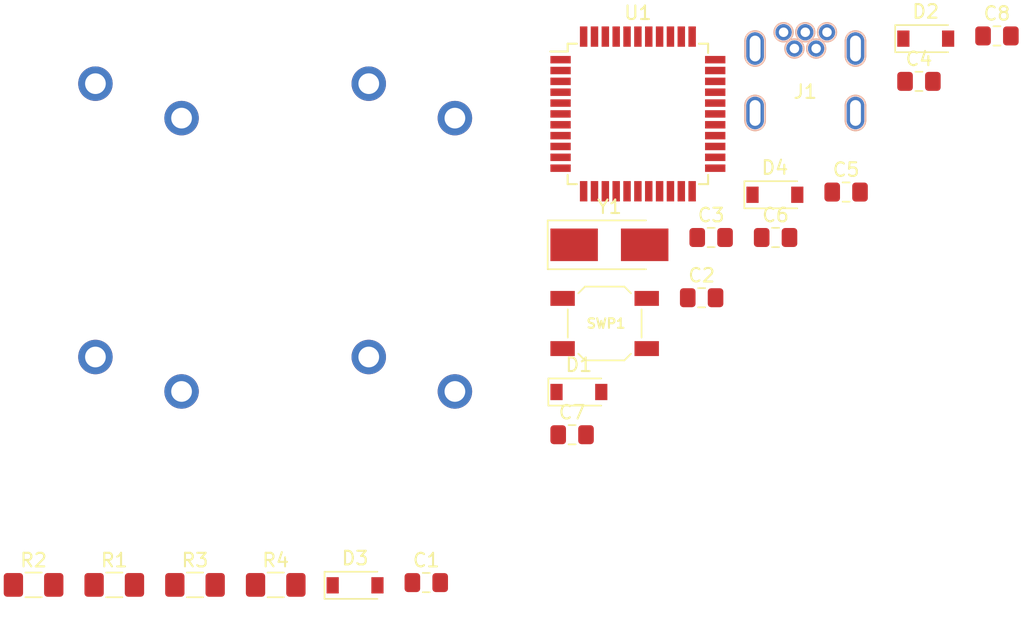
<source format=kicad_pcb>
(kicad_pcb (version 20171130) (host pcbnew "(5.1.2)-2")

  (general
    (thickness 1.6)
    (drawings 0)
    (tracks 0)
    (zones 0)
    (modules 24)
    (nets 48)
  )

  (page A4)
  (layers
    (0 F.Cu signal)
    (31 B.Cu signal)
    (32 B.Adhes user)
    (33 F.Adhes user)
    (34 B.Paste user)
    (35 F.Paste user)
    (36 B.SilkS user)
    (37 F.SilkS user)
    (38 B.Mask user)
    (39 F.Mask user)
    (40 Dwgs.User user)
    (41 Cmts.User user)
    (42 Eco1.User user)
    (43 Eco2.User user)
    (44 Edge.Cuts user)
    (45 Margin user)
    (46 B.CrtYd user)
    (47 F.CrtYd user)
    (48 B.Fab user)
    (49 F.Fab user)
  )

  (setup
    (last_trace_width 0.25)
    (trace_clearance 0.2)
    (zone_clearance 0.508)
    (zone_45_only no)
    (trace_min 0.2)
    (via_size 0.8)
    (via_drill 0.4)
    (via_min_size 0.4)
    (via_min_drill 0.3)
    (uvia_size 0.3)
    (uvia_drill 0.1)
    (uvias_allowed no)
    (uvia_min_size 0.2)
    (uvia_min_drill 0.1)
    (edge_width 0.05)
    (segment_width 0.2)
    (pcb_text_width 0.3)
    (pcb_text_size 1.5 1.5)
    (mod_edge_width 0.12)
    (mod_text_size 1 1)
    (mod_text_width 0.15)
    (pad_size 1.524 1.524)
    (pad_drill 0.762)
    (pad_to_mask_clearance 0.051)
    (solder_mask_min_width 0.25)
    (aux_axis_origin 0 0)
    (visible_elements 7FFFFFFF)
    (pcbplotparams
      (layerselection 0x010fc_ffffffff)
      (usegerberextensions false)
      (usegerberattributes false)
      (usegerberadvancedattributes false)
      (creategerberjobfile false)
      (excludeedgelayer true)
      (linewidth 0.100000)
      (plotframeref false)
      (viasonmask false)
      (mode 1)
      (useauxorigin false)
      (hpglpennumber 1)
      (hpglpenspeed 20)
      (hpglpendiameter 15.000000)
      (psnegative false)
      (psa4output false)
      (plotreference true)
      (plotvalue true)
      (plotinvisibletext false)
      (padsonsilk false)
      (subtractmaskfromsilk false)
      (outputformat 1)
      (mirror false)
      (drillshape 1)
      (scaleselection 1)
      (outputdirectory ""))
  )

  (net 0 "")
  (net 1 GND)
  (net 2 "Net-(C1-Pad1)")
  (net 3 "Net-(C2-Pad1)")
  (net 4 "Net-(C3-Pad1)")
  (net 5 RST)
  (net 6 +5V)
  (net 7 "Net-(D1-Pad2)")
  (net 8 Row1)
  (net 9 "Net-(D2-Pad2)")
  (net 10 "Net-(D3-Pad2)")
  (net 11 Row2)
  (net 12 "Net-(D4-Pad2)")
  (net 13 "Net-(J1-Pad6)")
  (net 14 "Net-(J1-Pad4)")
  (net 15 "Net-(J1-Pad2)")
  (net 16 "Net-(J1-Pad3)")
  (net 17 "Net-(R1-Pad1)")
  (net 18 "Net-(R2-Pad2)")
  (net 19 "Net-(R4-Pad2)")
  (net 20 Col1)
  (net 21 Col2)
  (net 22 "Net-(U1-Pad42)")
  (net 23 "Net-(U1-Pad41)")
  (net 24 "Net-(U1-Pad40)")
  (net 25 "Net-(U1-Pad39)")
  (net 26 "Net-(U1-Pad38)")
  (net 27 "Net-(U1-Pad37)")
  (net 28 "Net-(U1-Pad36)")
  (net 29 "Net-(U1-Pad32)")
  (net 30 "Net-(U1-Pad31)")
  (net 31 "Net-(U1-Pad30)")
  (net 32 "Net-(U1-Pad29)")
  (net 33 "Net-(U1-Pad28)")
  (net 34 "Net-(U1-Pad27)")
  (net 35 "Net-(U1-Pad26)")
  (net 36 "Net-(U1-Pad25)")
  (net 37 "Net-(U1-Pad22)")
  (net 38 "Net-(U1-Pad21)")
  (net 39 "Net-(U1-Pad20)")
  (net 40 "Net-(U1-Pad19)")
  (net 41 "Net-(U1-Pad18)")
  (net 42 "Net-(U1-Pad12)")
  (net 43 "Net-(U1-Pad11)")
  (net 44 "Net-(U1-Pad10)")
  (net 45 "Net-(U1-Pad9)")
  (net 46 "Net-(U1-Pad8)")
  (net 47 "Net-(U1-Pad1)")

  (net_class Default "This is the default net class."
    (clearance 0.2)
    (trace_width 0.25)
    (via_dia 0.8)
    (via_drill 0.4)
    (uvia_dia 0.3)
    (uvia_drill 0.1)
    (add_net +5V)
    (add_net Col1)
    (add_net Col2)
    (add_net GND)
    (add_net "Net-(C1-Pad1)")
    (add_net "Net-(C2-Pad1)")
    (add_net "Net-(C3-Pad1)")
    (add_net "Net-(D1-Pad2)")
    (add_net "Net-(D2-Pad2)")
    (add_net "Net-(D3-Pad2)")
    (add_net "Net-(D4-Pad2)")
    (add_net "Net-(J1-Pad2)")
    (add_net "Net-(J1-Pad3)")
    (add_net "Net-(J1-Pad4)")
    (add_net "Net-(J1-Pad6)")
    (add_net "Net-(R1-Pad1)")
    (add_net "Net-(R2-Pad2)")
    (add_net "Net-(R4-Pad2)")
    (add_net "Net-(U1-Pad1)")
    (add_net "Net-(U1-Pad10)")
    (add_net "Net-(U1-Pad11)")
    (add_net "Net-(U1-Pad12)")
    (add_net "Net-(U1-Pad18)")
    (add_net "Net-(U1-Pad19)")
    (add_net "Net-(U1-Pad20)")
    (add_net "Net-(U1-Pad21)")
    (add_net "Net-(U1-Pad22)")
    (add_net "Net-(U1-Pad25)")
    (add_net "Net-(U1-Pad26)")
    (add_net "Net-(U1-Pad27)")
    (add_net "Net-(U1-Pad28)")
    (add_net "Net-(U1-Pad29)")
    (add_net "Net-(U1-Pad30)")
    (add_net "Net-(U1-Pad31)")
    (add_net "Net-(U1-Pad32)")
    (add_net "Net-(U1-Pad36)")
    (add_net "Net-(U1-Pad37)")
    (add_net "Net-(U1-Pad38)")
    (add_net "Net-(U1-Pad39)")
    (add_net "Net-(U1-Pad40)")
    (add_net "Net-(U1-Pad41)")
    (add_net "Net-(U1-Pad42)")
    (add_net "Net-(U1-Pad8)")
    (add_net "Net-(U1-Pad9)")
    (add_net RST)
    (add_net Row1)
    (add_net Row2)
  )

  (module Crystal:Crystal_SMD_5032-2Pin_5.0x3.2mm_HandSoldering (layer F.Cu) (tedit 5A0FD1B2) (tstamp 5D7AA043)
    (at 120.18 62.73)
    (descr "SMD Crystal SERIES SMD2520/2 http://www.icbase.com/File/PDF/HKC/HKC00061008.pdf, hand-soldering, 5.0x3.2mm^2 package")
    (tags "SMD SMT crystal hand-soldering")
    (path /5D7AFF30)
    (attr smd)
    (fp_text reference Y1 (at 0 -2.8) (layer F.SilkS)
      (effects (font (size 1 1) (thickness 0.15)))
    )
    (fp_text value 16Mhz (at 0 2.8) (layer F.Fab)
      (effects (font (size 1 1) (thickness 0.15)))
    )
    (fp_circle (center 0 0) (end 0.093333 0) (layer F.Adhes) (width 0.186667))
    (fp_circle (center 0 0) (end 0.213333 0) (layer F.Adhes) (width 0.133333))
    (fp_circle (center 0 0) (end 0.333333 0) (layer F.Adhes) (width 0.133333))
    (fp_circle (center 0 0) (end 0.4 0) (layer F.Adhes) (width 0.1))
    (fp_line (start 4.6 -1.9) (end -4.6 -1.9) (layer F.CrtYd) (width 0.05))
    (fp_line (start 4.6 1.9) (end 4.6 -1.9) (layer F.CrtYd) (width 0.05))
    (fp_line (start -4.6 1.9) (end 4.6 1.9) (layer F.CrtYd) (width 0.05))
    (fp_line (start -4.6 -1.9) (end -4.6 1.9) (layer F.CrtYd) (width 0.05))
    (fp_line (start -4.55 1.8) (end 2.7 1.8) (layer F.SilkS) (width 0.12))
    (fp_line (start -4.55 -1.8) (end -4.55 1.8) (layer F.SilkS) (width 0.12))
    (fp_line (start 2.7 -1.8) (end -4.55 -1.8) (layer F.SilkS) (width 0.12))
    (fp_line (start -2.5 0.6) (end -1.5 1.6) (layer F.Fab) (width 0.1))
    (fp_line (start -2.5 -1.4) (end -2.3 -1.6) (layer F.Fab) (width 0.1))
    (fp_line (start -2.5 1.4) (end -2.5 -1.4) (layer F.Fab) (width 0.1))
    (fp_line (start -2.3 1.6) (end -2.5 1.4) (layer F.Fab) (width 0.1))
    (fp_line (start 2.3 1.6) (end -2.3 1.6) (layer F.Fab) (width 0.1))
    (fp_line (start 2.5 1.4) (end 2.3 1.6) (layer F.Fab) (width 0.1))
    (fp_line (start 2.5 -1.4) (end 2.5 1.4) (layer F.Fab) (width 0.1))
    (fp_line (start 2.3 -1.6) (end 2.5 -1.4) (layer F.Fab) (width 0.1))
    (fp_line (start -2.3 -1.6) (end 2.3 -1.6) (layer F.Fab) (width 0.1))
    (fp_text user %R (at 0 0) (layer F.Fab)
      (effects (font (size 1 1) (thickness 0.15)))
    )
    (pad 2 smd rect (at 2.6 0) (size 3.5 2.4) (layers F.Cu F.Paste F.Mask)
      (net 4 "Net-(C3-Pad1)"))
    (pad 1 smd rect (at -2.6 0) (size 3.5 2.4) (layers F.Cu F.Paste F.Mask)
      (net 3 "Net-(C2-Pad1)"))
    (model ${KISYS3DMOD}/Crystal.3dshapes/Crystal_SMD_5032-2Pin_5.0x3.2mm_HandSoldering.wrl
      (at (xyz 0 0 0))
      (scale (xyz 1 1 1))
      (rotate (xyz 0 0 0))
    )
  )

  (module Package_QFP:TQFP-44_10x10mm_P0.8mm (layer F.Cu) (tedit 5A02F146) (tstamp 5D7AA028)
    (at 122.28 53.08)
    (descr "44-Lead Plastic Thin Quad Flatpack (PT) - 10x10x1.0 mm Body [TQFP] (see Microchip Packaging Specification 00000049BS.pdf)")
    (tags "QFP 0.8")
    (path /5D77FC9C)
    (attr smd)
    (fp_text reference U1 (at 0 -7.45) (layer F.SilkS)
      (effects (font (size 1 1) (thickness 0.15)))
    )
    (fp_text value ATmega32U4-AU (at 0 7.45) (layer F.Fab)
      (effects (font (size 1 1) (thickness 0.15)))
    )
    (fp_line (start -5.175 -4.6) (end -6.45 -4.6) (layer F.SilkS) (width 0.15))
    (fp_line (start 5.175 -5.175) (end 4.5 -5.175) (layer F.SilkS) (width 0.15))
    (fp_line (start 5.175 5.175) (end 4.5 5.175) (layer F.SilkS) (width 0.15))
    (fp_line (start -5.175 5.175) (end -4.5 5.175) (layer F.SilkS) (width 0.15))
    (fp_line (start -5.175 -5.175) (end -4.5 -5.175) (layer F.SilkS) (width 0.15))
    (fp_line (start -5.175 5.175) (end -5.175 4.5) (layer F.SilkS) (width 0.15))
    (fp_line (start 5.175 5.175) (end 5.175 4.5) (layer F.SilkS) (width 0.15))
    (fp_line (start 5.175 -5.175) (end 5.175 -4.5) (layer F.SilkS) (width 0.15))
    (fp_line (start -5.175 -5.175) (end -5.175 -4.6) (layer F.SilkS) (width 0.15))
    (fp_line (start -6.7 6.7) (end 6.7 6.7) (layer F.CrtYd) (width 0.05))
    (fp_line (start -6.7 -6.7) (end 6.7 -6.7) (layer F.CrtYd) (width 0.05))
    (fp_line (start 6.7 -6.7) (end 6.7 6.7) (layer F.CrtYd) (width 0.05))
    (fp_line (start -6.7 -6.7) (end -6.7 6.7) (layer F.CrtYd) (width 0.05))
    (fp_line (start -5 -4) (end -4 -5) (layer F.Fab) (width 0.15))
    (fp_line (start -5 5) (end -5 -4) (layer F.Fab) (width 0.15))
    (fp_line (start 5 5) (end -5 5) (layer F.Fab) (width 0.15))
    (fp_line (start 5 -5) (end 5 5) (layer F.Fab) (width 0.15))
    (fp_line (start -4 -5) (end 5 -5) (layer F.Fab) (width 0.15))
    (fp_text user %R (at 0 0) (layer F.Fab)
      (effects (font (size 1 1) (thickness 0.15)))
    )
    (pad 44 smd rect (at -4 -5.7 90) (size 1.5 0.55) (layers F.Cu F.Paste F.Mask)
      (net 6 +5V))
    (pad 43 smd rect (at -3.2 -5.7 90) (size 1.5 0.55) (layers F.Cu F.Paste F.Mask)
      (net 1 GND))
    (pad 42 smd rect (at -2.4 -5.7 90) (size 1.5 0.55) (layers F.Cu F.Paste F.Mask)
      (net 22 "Net-(U1-Pad42)"))
    (pad 41 smd rect (at -1.6 -5.7 90) (size 1.5 0.55) (layers F.Cu F.Paste F.Mask)
      (net 23 "Net-(U1-Pad41)"))
    (pad 40 smd rect (at -0.8 -5.7 90) (size 1.5 0.55) (layers F.Cu F.Paste F.Mask)
      (net 24 "Net-(U1-Pad40)"))
    (pad 39 smd rect (at 0 -5.7 90) (size 1.5 0.55) (layers F.Cu F.Paste F.Mask)
      (net 25 "Net-(U1-Pad39)"))
    (pad 38 smd rect (at 0.8 -5.7 90) (size 1.5 0.55) (layers F.Cu F.Paste F.Mask)
      (net 26 "Net-(U1-Pad38)"))
    (pad 37 smd rect (at 1.6 -5.7 90) (size 1.5 0.55) (layers F.Cu F.Paste F.Mask)
      (net 27 "Net-(U1-Pad37)"))
    (pad 36 smd rect (at 2.4 -5.7 90) (size 1.5 0.55) (layers F.Cu F.Paste F.Mask)
      (net 28 "Net-(U1-Pad36)"))
    (pad 35 smd rect (at 3.2 -5.7 90) (size 1.5 0.55) (layers F.Cu F.Paste F.Mask)
      (net 1 GND))
    (pad 34 smd rect (at 4 -5.7 90) (size 1.5 0.55) (layers F.Cu F.Paste F.Mask)
      (net 6 +5V))
    (pad 33 smd rect (at 5.7 -4) (size 1.5 0.55) (layers F.Cu F.Paste F.Mask)
      (net 19 "Net-(R4-Pad2)"))
    (pad 32 smd rect (at 5.7 -3.2) (size 1.5 0.55) (layers F.Cu F.Paste F.Mask)
      (net 29 "Net-(U1-Pad32)"))
    (pad 31 smd rect (at 5.7 -2.4) (size 1.5 0.55) (layers F.Cu F.Paste F.Mask)
      (net 30 "Net-(U1-Pad31)"))
    (pad 30 smd rect (at 5.7 -1.6) (size 1.5 0.55) (layers F.Cu F.Paste F.Mask)
      (net 31 "Net-(U1-Pad30)"))
    (pad 29 smd rect (at 5.7 -0.8) (size 1.5 0.55) (layers F.Cu F.Paste F.Mask)
      (net 32 "Net-(U1-Pad29)"))
    (pad 28 smd rect (at 5.7 0) (size 1.5 0.55) (layers F.Cu F.Paste F.Mask)
      (net 33 "Net-(U1-Pad28)"))
    (pad 27 smd rect (at 5.7 0.8) (size 1.5 0.55) (layers F.Cu F.Paste F.Mask)
      (net 34 "Net-(U1-Pad27)"))
    (pad 26 smd rect (at 5.7 1.6) (size 1.5 0.55) (layers F.Cu F.Paste F.Mask)
      (net 35 "Net-(U1-Pad26)"))
    (pad 25 smd rect (at 5.7 2.4) (size 1.5 0.55) (layers F.Cu F.Paste F.Mask)
      (net 36 "Net-(U1-Pad25)"))
    (pad 24 smd rect (at 5.7 3.2) (size 1.5 0.55) (layers F.Cu F.Paste F.Mask)
      (net 6 +5V))
    (pad 23 smd rect (at 5.7 4) (size 1.5 0.55) (layers F.Cu F.Paste F.Mask)
      (net 1 GND))
    (pad 22 smd rect (at 4 5.7 90) (size 1.5 0.55) (layers F.Cu F.Paste F.Mask)
      (net 37 "Net-(U1-Pad22)"))
    (pad 21 smd rect (at 3.2 5.7 90) (size 1.5 0.55) (layers F.Cu F.Paste F.Mask)
      (net 38 "Net-(U1-Pad21)"))
    (pad 20 smd rect (at 2.4 5.7 90) (size 1.5 0.55) (layers F.Cu F.Paste F.Mask)
      (net 39 "Net-(U1-Pad20)"))
    (pad 19 smd rect (at 1.6 5.7 90) (size 1.5 0.55) (layers F.Cu F.Paste F.Mask)
      (net 40 "Net-(U1-Pad19)"))
    (pad 18 smd rect (at 0.8 5.7 90) (size 1.5 0.55) (layers F.Cu F.Paste F.Mask)
      (net 41 "Net-(U1-Pad18)"))
    (pad 17 smd rect (at 0 5.7 90) (size 1.5 0.55) (layers F.Cu F.Paste F.Mask)
      (net 3 "Net-(C2-Pad1)"))
    (pad 16 smd rect (at -0.8 5.7 90) (size 1.5 0.55) (layers F.Cu F.Paste F.Mask)
      (net 4 "Net-(C3-Pad1)"))
    (pad 15 smd rect (at -1.6 5.7 90) (size 1.5 0.55) (layers F.Cu F.Paste F.Mask)
      (net 1 GND))
    (pad 14 smd rect (at -2.4 5.7 90) (size 1.5 0.55) (layers F.Cu F.Paste F.Mask)
      (net 6 +5V))
    (pad 13 smd rect (at -3.2 5.7 90) (size 1.5 0.55) (layers F.Cu F.Paste F.Mask)
      (net 5 RST))
    (pad 12 smd rect (at -4 5.7 90) (size 1.5 0.55) (layers F.Cu F.Paste F.Mask)
      (net 42 "Net-(U1-Pad12)"))
    (pad 11 smd rect (at -5.7 4) (size 1.5 0.55) (layers F.Cu F.Paste F.Mask)
      (net 43 "Net-(U1-Pad11)"))
    (pad 10 smd rect (at -5.7 3.2) (size 1.5 0.55) (layers F.Cu F.Paste F.Mask)
      (net 44 "Net-(U1-Pad10)"))
    (pad 9 smd rect (at -5.7 2.4) (size 1.5 0.55) (layers F.Cu F.Paste F.Mask)
      (net 45 "Net-(U1-Pad9)"))
    (pad 8 smd rect (at -5.7 1.6) (size 1.5 0.55) (layers F.Cu F.Paste F.Mask)
      (net 46 "Net-(U1-Pad8)"))
    (pad 7 smd rect (at -5.7 0.8) (size 1.5 0.55) (layers F.Cu F.Paste F.Mask)
      (net 6 +5V))
    (pad 6 smd rect (at -5.7 0) (size 1.5 0.55) (layers F.Cu F.Paste F.Mask)
      (net 2 "Net-(C1-Pad1)"))
    (pad 5 smd rect (at -5.7 -0.8) (size 1.5 0.55) (layers F.Cu F.Paste F.Mask)
      (net 1 GND))
    (pad 4 smd rect (at -5.7 -1.6) (size 1.5 0.55) (layers F.Cu F.Paste F.Mask)
      (net 17 "Net-(R1-Pad1)"))
    (pad 3 smd rect (at -5.7 -2.4) (size 1.5 0.55) (layers F.Cu F.Paste F.Mask)
      (net 18 "Net-(R2-Pad2)"))
    (pad 2 smd rect (at -5.7 -3.2) (size 1.5 0.55) (layers F.Cu F.Paste F.Mask)
      (net 6 +5V))
    (pad 1 smd rect (at -5.7 -4) (size 1.5 0.55) (layers F.Cu F.Paste F.Mask)
      (net 47 "Net-(U1-Pad1)"))
    (model ${KISYS3DMOD}/Package_QFP.3dshapes/TQFP-44_10x10mm_P0.8mm.wrl
      (at (xyz 0 0 0))
      (scale (xyz 1 1 1))
      (rotate (xyz 0 0 0))
    )
  )

  (module acheron_Hardware:smdPushBtn (layer F.Cu) (tedit 5D377106) (tstamp 5D7A9FE5)
    (at 119.83 68.53)
    (descr "ALPS 5.2mm Square Low-profile Type (Surface Mount) SKQG Series, Without stem, http://www.alps.com/prod/info/E/HTML/Tact/SurfaceMount/SKQG/SKQGAEE010.html")
    (tags "SPST Button Switch")
    (path /5D7D36C0)
    (attr smd)
    (fp_text reference SWP1 (at 0.1 0) (layer F.SilkS)
      (effects (font (size 0.7 0.7) (thickness 0.15)))
    )
    (fp_text value SW_Push (at 0 3.6) (layer F.Fab)
      (effects (font (size 1 1) (thickness 0.15)))
    )
    (fp_line (start 2.597 1.4) (end 1.397 2.6) (layer F.Fab) (width 0.1))
    (fp_line (start 1.4 2.6) (end -1.4 2.6) (layer F.Fab) (width 0.1))
    (fp_line (start -1.4035 2.597) (end -2.6035 1.397) (layer F.Fab) (width 0.1))
    (fp_line (start 1.4 -2.6) (end 2.6 -1.4) (layer F.Fab) (width 0.1))
    (fp_line (start -1.4 -2.6) (end 1.4 -2.6) (layer F.Fab) (width 0.1))
    (fp_line (start -2.6 -1.4) (end -1.4 -2.6) (layer F.Fab) (width 0.1))
    (fp_line (start 1 1.3) (end 2 0.2) (layer F.Fab) (width 0.05))
    (fp_line (start 1 0.2) (end 2.5 -1.3) (layer F.Fab) (width 0.05))
    (fp_text user "KEEPOUT ZONE" (at 2.5 0) (layer F.Fab)
      (effects (font (size 0.2 0.2) (thickness 0.05)))
    )
    (fp_line (start 4 -0.5) (end 3.7 -0.2) (layer F.Fab) (width 0.05))
    (fp_line (start 4 0.6) (end 3.4 1.3) (layer F.Fab) (width 0.05))
    (fp_line (start 4 -1.3) (end 4 1.3) (layer F.Fab) (width 0.05))
    (fp_line (start 1 -0.3) (end 2 -1.3) (layer F.Fab) (width 0.05))
    (fp_line (start 1.9 1.3) (end 2.9 0.2) (layer F.Fab) (width 0.05))
    (fp_line (start 3.4 -1.3) (end 2.4 -0.2) (layer F.Fab) (width 0.05))
    (fp_line (start 1 -0.7) (end 1.6 -1.3) (layer F.Fab) (width 0.05))
    (fp_line (start 3 -1.3) (end 1.9 -0.2) (layer F.Fab) (width 0.05))
    (fp_line (start 4 1.3) (end 1 1.3) (layer F.Fab) (width 0.05))
    (fp_line (start 1 0.7) (end 1.5 0.2) (layer F.Fab) (width 0.05))
    (fp_line (start 4 -1.1) (end 3.2 -0.2) (layer F.Fab) (width 0.05))
    (fp_line (start 2.8 -0.2) (end 3.8 -1.3) (layer F.Fab) (width 0.05))
    (fp_line (start 2.5 0.2) (end 1.4 1.3) (layer F.Fab) (width 0.05))
    (fp_line (start 2.9 1.3) (end 4 0.1) (layer F.Fab) (width 0.05))
    (fp_line (start 1 1.3) (end 1 -1.3) (layer F.Fab) (width 0.05))
    (fp_line (start 1 -1.3) (end 4 -1.3) (layer F.Fab) (width 0.05))
    (fp_line (start 2.4 1.3) (end 3.4 0.2) (layer F.Fab) (width 0.05))
    (fp_line (start -1 -0.5) (end -1.3 -0.2) (layer F.Fab) (width 0.05))
    (fp_line (start -1 -1.1) (end -1.8 -0.2) (layer F.Fab) (width 0.05))
    (fp_line (start -2.2 -0.2) (end -1.2 -1.3) (layer F.Fab) (width 0.05))
    (fp_line (start -1.6 -1.3) (end -2.6 -0.2) (layer F.Fab) (width 0.05))
    (fp_line (start -2 -1.3) (end -3.1 -0.2) (layer F.Fab) (width 0.05))
    (fp_line (start -2.1 1.3) (end -1 0.1) (layer F.Fab) (width 0.05))
    (fp_line (start -3.1 1.3) (end -2.1 0.2) (layer F.Fab) (width 0.05))
    (fp_line (start -4 1.3) (end -3 0.2) (layer F.Fab) (width 0.05))
    (fp_line (start -4 0.2) (end -2.5 -1.3) (layer F.Fab) (width 0.05))
    (fp_line (start -4 -0.7) (end -3.4 -1.3) (layer F.Fab) (width 0.05))
    (fp_text user "KEEPOUT ZONE" (at -2.5 0) (layer F.Fab)
      (effects (font (size 0.2 0.2) (thickness 0.05)))
    )
    (fp_line (start -1 -1.3) (end -1 1.3) (layer F.Fab) (width 0.05))
    (fp_line (start -4 -0.3) (end -3 -1.3) (layer F.Fab) (width 0.05))
    (fp_line (start -2.6 1.3) (end -1.6 0.2) (layer F.Fab) (width 0.05))
    (fp_line (start -2.5 0.2) (end -3.6 1.3) (layer F.Fab) (width 0.05))
    (fp_line (start -4 -1.3) (end -1 -1.3) (layer F.Fab) (width 0.05))
    (fp_line (start -1 1.3) (end -4 1.3) (layer F.Fab) (width 0.05))
    (fp_line (start -4 0.7) (end -3.5 0.2) (layer F.Fab) (width 0.05))
    (fp_line (start -4 1.3) (end -4 -1.3) (layer F.Fab) (width 0.05))
    (fp_line (start -1 0.6) (end -1.6 1.3) (layer F.Fab) (width 0.05))
    (fp_line (start 1.45 2.72) (end 1.94 2.23) (layer F.SilkS) (width 0.12))
    (fp_line (start -1.45 2.72) (end 1.45 2.72) (layer F.SilkS) (width 0.12))
    (fp_line (start -1.45 2.72) (end -1.94 2.23) (layer F.SilkS) (width 0.12))
    (fp_text user %R (at 0 -2) (layer F.Fab)
      (effects (font (size 0.6 0.6) (thickness 0.09)))
    )
    (fp_line (start -1.45 -2.72) (end 1.45 -2.72) (layer F.SilkS) (width 0.12))
    (fp_line (start -1.45 -2.72) (end -1.94 -2.23) (layer F.SilkS) (width 0.12))
    (fp_line (start 2.72 1.04) (end 2.72 -1.04) (layer F.SilkS) (width 0.12))
    (fp_circle (center 0 0) (end 1.5 0) (layer Dwgs.User) (width 0.1))
    (fp_line (start 1.45 -2.72) (end 1.94 -2.23) (layer F.SilkS) (width 0.12))
    (fp_line (start -2.72 1.04) (end -2.72 -1.04) (layer F.SilkS) (width 0.12))
    (fp_line (start -4.25 2.85) (end 4.25 2.85) (layer F.CrtYd) (width 0.05))
    (fp_line (start 4.25 2.85) (end 4.25 -2.85) (layer F.CrtYd) (width 0.05))
    (fp_line (start 4.25 -2.85) (end -4.25 -2.85) (layer F.CrtYd) (width 0.05))
    (fp_line (start -4.25 -2.85) (end -4.25 2.85) (layer F.CrtYd) (width 0.05))
    (fp_line (start -1.4 -2.6) (end 1.4 -2.6) (layer Dwgs.User) (width 0.1))
    (fp_line (start -2.6 -1.4) (end -1.4 -2.6) (layer Dwgs.User) (width 0.1))
    (fp_line (start -2.6 1.4) (end -2.6 -1.4) (layer Dwgs.User) (width 0.1))
    (fp_line (start -1.4 2.6) (end -2.6 1.4) (layer Dwgs.User) (width 0.1))
    (fp_line (start 1.4 2.6) (end -1.4 2.6) (layer Dwgs.User) (width 0.1))
    (fp_line (start 2.6 1.4) (end 1.4 2.6) (layer Dwgs.User) (width 0.1))
    (fp_line (start 2.6 -1.4) (end 2.6 1.4) (layer Dwgs.User) (width 0.1))
    (fp_line (start 1.4 -2.6) (end 2.6 -1.4) (layer Dwgs.User) (width 0.1))
    (pad 2 smd rect (at 3.1 1.85) (size 1.8 1.1) (layers F.Cu F.Paste F.Mask)
      (net 5 RST))
    (pad 2 smd rect (at -3.1 1.85) (size 1.8 1.1) (layers F.Cu F.Paste F.Mask)
      (net 5 RST))
    (pad 1 smd rect (at 3.1 -1.85) (size 1.8 1.1) (layers F.Cu F.Paste F.Mask)
      (net 1 GND))
    (pad 1 smd rect (at -3.1 -1.85) (size 1.8 1.1) (layers F.Cu F.Paste F.Mask)
      (net 1 GND))
    (model ${ACHERONLIB}/3d_models/Tactile_SMD_PushBtn_5x5mm.STEP
      (at (xyz 0 0 0))
      (scale (xyz 1 1 1))
      (rotate (xyz 0 0 0))
    )
  )

  (module acheron_MX:MX100 (layer F.Cu) (tedit 5D509B6B) (tstamp 5D7A9F99)
    (at 84.83 55.93)
    (path /5D7A8E7B)
    (fp_text reference SW4 (at 0 3.175) (layer Cmts.User)
      (effects (font (size 1 1) (thickness 0.15) italic))
    )
    (fp_text value MXSwitch (at 0 8.636) (layer Cmts.User)
      (effects (font (size 1 1) (thickness 0.15)))
    )
    (fp_line (start -6.8 6.8) (end 6.8 6.8) (layer B.CrtYd) (width 0.1))
    (fp_line (start 6.8 -6.8) (end 6.8 6.8) (layer B.CrtYd) (width 0.1))
    (fp_line (start -6.8 -6.8) (end 6.8 -6.8) (layer B.CrtYd) (width 0.1))
    (fp_line (start -6.8 -6.8) (end -6.8 6.8) (layer B.CrtYd) (width 0.1))
    (fp_line (start 0 4.953) (end 0 5.207) (layer Dwgs.User) (width 0.05))
    (fp_line (start -0.127 5.08) (end 0.127 5.08) (layer Dwgs.User) (width 0.05))
    (fp_line (start 0.508 4.318) (end 0.508 5.842) (layer Dwgs.User) (width 0.1))
    (fp_line (start 2.032 5.842) (end 0.508 5.842) (layer Dwgs.User) (width 0.1))
    (fp_line (start 2.032 5.842) (end 2.032 4.318) (layer Dwgs.User) (width 0.1))
    (fp_line (start 0.508 4.318) (end 2.032 4.318) (layer Dwgs.User) (width 0.1))
    (fp_circle (center -1.27 5.08) (end -0.35419 5.08) (layer Dwgs.User) (width 0.1))
    (fp_line (start -9.525 -9.525) (end 9.525 -9.525) (layer Dwgs.User) (width 0.1))
    (fp_line (start -9.525 9.525) (end -9.525 -9.525) (layer Dwgs.User) (width 0.1))
    (fp_line (start 9.525 9.525) (end -9.525 9.525) (layer Dwgs.User) (width 0.1))
    (fp_line (start 9.525 -9.525) (end 9.525 9.525) (layer Dwgs.User) (width 0.1))
    (pad 2 thru_hole circle (at 3.81 -2.54 90) (size 2.54 2.54) (drill 1.525) (layers *.Cu *.Mask)
      (net 12 "Net-(D4-Pad2)"))
    (pad 1 thru_hole circle (at -2.54 -5.08) (size 2.54 2.54) (drill 1.525) (layers *.Cu *.Mask)
      (net 21 Col2))
    (pad "" np_thru_hole circle (at -5.08 0) (size 1.7018 1.7018) (drill 1.7018) (layers *.Cu *.Mask))
    (pad "" np_thru_hole circle (at 5.08 0) (size 1.7018 1.7018) (drill 1.7018) (layers *.Cu *.Mask))
    (pad "" np_thru_hole circle (at 0 0) (size 3.9878 3.9878) (drill 3.9878) (layers *.Cu *.Mask))
  )

  (module acheron_MX:MX100 (layer F.Cu) (tedit 5D509B6B) (tstamp 5D7A9F81)
    (at 84.83 76.08)
    (path /5D7A74E4)
    (fp_text reference SW3 (at 0 3.175) (layer Cmts.User)
      (effects (font (size 1 1) (thickness 0.15) italic))
    )
    (fp_text value MXSwitch (at 0 8.636) (layer Cmts.User)
      (effects (font (size 1 1) (thickness 0.15)))
    )
    (fp_line (start -6.8 6.8) (end 6.8 6.8) (layer B.CrtYd) (width 0.1))
    (fp_line (start 6.8 -6.8) (end 6.8 6.8) (layer B.CrtYd) (width 0.1))
    (fp_line (start -6.8 -6.8) (end 6.8 -6.8) (layer B.CrtYd) (width 0.1))
    (fp_line (start -6.8 -6.8) (end -6.8 6.8) (layer B.CrtYd) (width 0.1))
    (fp_line (start 0 4.953) (end 0 5.207) (layer Dwgs.User) (width 0.05))
    (fp_line (start -0.127 5.08) (end 0.127 5.08) (layer Dwgs.User) (width 0.05))
    (fp_line (start 0.508 4.318) (end 0.508 5.842) (layer Dwgs.User) (width 0.1))
    (fp_line (start 2.032 5.842) (end 0.508 5.842) (layer Dwgs.User) (width 0.1))
    (fp_line (start 2.032 5.842) (end 2.032 4.318) (layer Dwgs.User) (width 0.1))
    (fp_line (start 0.508 4.318) (end 2.032 4.318) (layer Dwgs.User) (width 0.1))
    (fp_circle (center -1.27 5.08) (end -0.35419 5.08) (layer Dwgs.User) (width 0.1))
    (fp_line (start -9.525 -9.525) (end 9.525 -9.525) (layer Dwgs.User) (width 0.1))
    (fp_line (start -9.525 9.525) (end -9.525 -9.525) (layer Dwgs.User) (width 0.1))
    (fp_line (start 9.525 9.525) (end -9.525 9.525) (layer Dwgs.User) (width 0.1))
    (fp_line (start 9.525 -9.525) (end 9.525 9.525) (layer Dwgs.User) (width 0.1))
    (pad 2 thru_hole circle (at 3.81 -2.54 90) (size 2.54 2.54) (drill 1.525) (layers *.Cu *.Mask)
      (net 10 "Net-(D3-Pad2)"))
    (pad 1 thru_hole circle (at -2.54 -5.08) (size 2.54 2.54) (drill 1.525) (layers *.Cu *.Mask)
      (net 20 Col1))
    (pad "" np_thru_hole circle (at -5.08 0) (size 1.7018 1.7018) (drill 1.7018) (layers *.Cu *.Mask))
    (pad "" np_thru_hole circle (at 5.08 0) (size 1.7018 1.7018) (drill 1.7018) (layers *.Cu *.Mask))
    (pad "" np_thru_hole circle (at 0 0) (size 3.9878 3.9878) (drill 3.9878) (layers *.Cu *.Mask))
  )

  (module acheron_MX:MX100 (layer F.Cu) (tedit 5D509B6B) (tstamp 5D7A9F69)
    (at 104.98 55.93)
    (path /5D7A646F)
    (fp_text reference SW2 (at 0 3.175) (layer Cmts.User)
      (effects (font (size 1 1) (thickness 0.15) italic))
    )
    (fp_text value MXSwitch (at 0 8.636) (layer Cmts.User)
      (effects (font (size 1 1) (thickness 0.15)))
    )
    (fp_line (start -6.8 6.8) (end 6.8 6.8) (layer B.CrtYd) (width 0.1))
    (fp_line (start 6.8 -6.8) (end 6.8 6.8) (layer B.CrtYd) (width 0.1))
    (fp_line (start -6.8 -6.8) (end 6.8 -6.8) (layer B.CrtYd) (width 0.1))
    (fp_line (start -6.8 -6.8) (end -6.8 6.8) (layer B.CrtYd) (width 0.1))
    (fp_line (start 0 4.953) (end 0 5.207) (layer Dwgs.User) (width 0.05))
    (fp_line (start -0.127 5.08) (end 0.127 5.08) (layer Dwgs.User) (width 0.05))
    (fp_line (start 0.508 4.318) (end 0.508 5.842) (layer Dwgs.User) (width 0.1))
    (fp_line (start 2.032 5.842) (end 0.508 5.842) (layer Dwgs.User) (width 0.1))
    (fp_line (start 2.032 5.842) (end 2.032 4.318) (layer Dwgs.User) (width 0.1))
    (fp_line (start 0.508 4.318) (end 2.032 4.318) (layer Dwgs.User) (width 0.1))
    (fp_circle (center -1.27 5.08) (end -0.35419 5.08) (layer Dwgs.User) (width 0.1))
    (fp_line (start -9.525 -9.525) (end 9.525 -9.525) (layer Dwgs.User) (width 0.1))
    (fp_line (start -9.525 9.525) (end -9.525 -9.525) (layer Dwgs.User) (width 0.1))
    (fp_line (start 9.525 9.525) (end -9.525 9.525) (layer Dwgs.User) (width 0.1))
    (fp_line (start 9.525 -9.525) (end 9.525 9.525) (layer Dwgs.User) (width 0.1))
    (pad 2 thru_hole circle (at 3.81 -2.54 90) (size 2.54 2.54) (drill 1.525) (layers *.Cu *.Mask)
      (net 9 "Net-(D2-Pad2)"))
    (pad 1 thru_hole circle (at -2.54 -5.08) (size 2.54 2.54) (drill 1.525) (layers *.Cu *.Mask)
      (net 21 Col2))
    (pad "" np_thru_hole circle (at -5.08 0) (size 1.7018 1.7018) (drill 1.7018) (layers *.Cu *.Mask))
    (pad "" np_thru_hole circle (at 5.08 0) (size 1.7018 1.7018) (drill 1.7018) (layers *.Cu *.Mask))
    (pad "" np_thru_hole circle (at 0 0) (size 3.9878 3.9878) (drill 3.9878) (layers *.Cu *.Mask))
  )

  (module acheron_MX:MX100 (layer F.Cu) (tedit 5D509B6B) (tstamp 5D7A9F51)
    (at 104.98 76.08)
    (path /5D7975E0)
    (fp_text reference SW1 (at 0 3.175) (layer Cmts.User)
      (effects (font (size 1 1) (thickness 0.15) italic))
    )
    (fp_text value MXSwitch (at 0 8.636) (layer Cmts.User)
      (effects (font (size 1 1) (thickness 0.15)))
    )
    (fp_line (start -6.8 6.8) (end 6.8 6.8) (layer B.CrtYd) (width 0.1))
    (fp_line (start 6.8 -6.8) (end 6.8 6.8) (layer B.CrtYd) (width 0.1))
    (fp_line (start -6.8 -6.8) (end 6.8 -6.8) (layer B.CrtYd) (width 0.1))
    (fp_line (start -6.8 -6.8) (end -6.8 6.8) (layer B.CrtYd) (width 0.1))
    (fp_line (start 0 4.953) (end 0 5.207) (layer Dwgs.User) (width 0.05))
    (fp_line (start -0.127 5.08) (end 0.127 5.08) (layer Dwgs.User) (width 0.05))
    (fp_line (start 0.508 4.318) (end 0.508 5.842) (layer Dwgs.User) (width 0.1))
    (fp_line (start 2.032 5.842) (end 0.508 5.842) (layer Dwgs.User) (width 0.1))
    (fp_line (start 2.032 5.842) (end 2.032 4.318) (layer Dwgs.User) (width 0.1))
    (fp_line (start 0.508 4.318) (end 2.032 4.318) (layer Dwgs.User) (width 0.1))
    (fp_circle (center -1.27 5.08) (end -0.35419 5.08) (layer Dwgs.User) (width 0.1))
    (fp_line (start -9.525 -9.525) (end 9.525 -9.525) (layer Dwgs.User) (width 0.1))
    (fp_line (start -9.525 9.525) (end -9.525 -9.525) (layer Dwgs.User) (width 0.1))
    (fp_line (start 9.525 9.525) (end -9.525 9.525) (layer Dwgs.User) (width 0.1))
    (fp_line (start 9.525 -9.525) (end 9.525 9.525) (layer Dwgs.User) (width 0.1))
    (pad 2 thru_hole circle (at 3.81 -2.54 90) (size 2.54 2.54) (drill 1.525) (layers *.Cu *.Mask)
      (net 7 "Net-(D1-Pad2)"))
    (pad 1 thru_hole circle (at -2.54 -5.08) (size 2.54 2.54) (drill 1.525) (layers *.Cu *.Mask)
      (net 20 Col1))
    (pad "" np_thru_hole circle (at -5.08 0) (size 1.7018 1.7018) (drill 1.7018) (layers *.Cu *.Mask))
    (pad "" np_thru_hole circle (at 5.08 0) (size 1.7018 1.7018) (drill 1.7018) (layers *.Cu *.Mask))
    (pad "" np_thru_hole circle (at 0 0) (size 3.9878 3.9878) (drill 3.9878) (layers *.Cu *.Mask))
  )

  (module Resistor_SMD:R_1206_3216Metric_Pad1.42x1.75mm_HandSolder (layer F.Cu) (tedit 5B301BBD) (tstamp 5D7A9F39)
    (at 95.58 87.8)
    (descr "Resistor SMD 1206 (3216 Metric), square (rectangular) end terminal, IPC_7351 nominal with elongated pad for handsoldering. (Body size source: http://www.tortai-tech.com/upload/download/2011102023233369053.pdf), generated with kicad-footprint-generator")
    (tags "resistor handsolder")
    (path /5D7C5248)
    (attr smd)
    (fp_text reference R4 (at 0 -1.82) (layer F.SilkS)
      (effects (font (size 1 1) (thickness 0.15)))
    )
    (fp_text value 10k (at 0 1.82) (layer F.Fab)
      (effects (font (size 1 1) (thickness 0.15)))
    )
    (fp_text user %R (at 0 0) (layer F.Fab)
      (effects (font (size 0.8 0.8) (thickness 0.12)))
    )
    (fp_line (start 2.45 1.12) (end -2.45 1.12) (layer F.CrtYd) (width 0.05))
    (fp_line (start 2.45 -1.12) (end 2.45 1.12) (layer F.CrtYd) (width 0.05))
    (fp_line (start -2.45 -1.12) (end 2.45 -1.12) (layer F.CrtYd) (width 0.05))
    (fp_line (start -2.45 1.12) (end -2.45 -1.12) (layer F.CrtYd) (width 0.05))
    (fp_line (start -0.602064 0.91) (end 0.602064 0.91) (layer F.SilkS) (width 0.12))
    (fp_line (start -0.602064 -0.91) (end 0.602064 -0.91) (layer F.SilkS) (width 0.12))
    (fp_line (start 1.6 0.8) (end -1.6 0.8) (layer F.Fab) (width 0.1))
    (fp_line (start 1.6 -0.8) (end 1.6 0.8) (layer F.Fab) (width 0.1))
    (fp_line (start -1.6 -0.8) (end 1.6 -0.8) (layer F.Fab) (width 0.1))
    (fp_line (start -1.6 0.8) (end -1.6 -0.8) (layer F.Fab) (width 0.1))
    (pad 2 smd roundrect (at 1.4875 0) (size 1.425 1.75) (layers F.Cu F.Paste F.Mask) (roundrect_rratio 0.175439)
      (net 19 "Net-(R4-Pad2)"))
    (pad 1 smd roundrect (at -1.4875 0) (size 1.425 1.75) (layers F.Cu F.Paste F.Mask) (roundrect_rratio 0.175439)
      (net 1 GND))
    (model ${KISYS3DMOD}/Resistor_SMD.3dshapes/R_1206_3216Metric.wrl
      (at (xyz 0 0 0))
      (scale (xyz 1 1 1))
      (rotate (xyz 0 0 0))
    )
  )

  (module Resistor_SMD:R_1206_3216Metric_Pad1.42x1.75mm_HandSolder (layer F.Cu) (tedit 5B301BBD) (tstamp 5D7A9F28)
    (at 89.63 87.8)
    (descr "Resistor SMD 1206 (3216 Metric), square (rectangular) end terminal, IPC_7351 nominal with elongated pad for handsoldering. (Body size source: http://www.tortai-tech.com/upload/download/2011102023233369053.pdf), generated with kicad-footprint-generator")
    (tags "resistor handsolder")
    (path /5D7D093A)
    (attr smd)
    (fp_text reference R3 (at 0 -1.82) (layer F.SilkS)
      (effects (font (size 1 1) (thickness 0.15)))
    )
    (fp_text value 10k (at 0 1.82) (layer F.Fab)
      (effects (font (size 1 1) (thickness 0.15)))
    )
    (fp_text user %R (at 0 0) (layer F.Fab)
      (effects (font (size 0.8 0.8) (thickness 0.12)))
    )
    (fp_line (start 2.45 1.12) (end -2.45 1.12) (layer F.CrtYd) (width 0.05))
    (fp_line (start 2.45 -1.12) (end 2.45 1.12) (layer F.CrtYd) (width 0.05))
    (fp_line (start -2.45 -1.12) (end 2.45 -1.12) (layer F.CrtYd) (width 0.05))
    (fp_line (start -2.45 1.12) (end -2.45 -1.12) (layer F.CrtYd) (width 0.05))
    (fp_line (start -0.602064 0.91) (end 0.602064 0.91) (layer F.SilkS) (width 0.12))
    (fp_line (start -0.602064 -0.91) (end 0.602064 -0.91) (layer F.SilkS) (width 0.12))
    (fp_line (start 1.6 0.8) (end -1.6 0.8) (layer F.Fab) (width 0.1))
    (fp_line (start 1.6 -0.8) (end 1.6 0.8) (layer F.Fab) (width 0.1))
    (fp_line (start -1.6 -0.8) (end 1.6 -0.8) (layer F.Fab) (width 0.1))
    (fp_line (start -1.6 0.8) (end -1.6 -0.8) (layer F.Fab) (width 0.1))
    (pad 2 smd roundrect (at 1.4875 0) (size 1.425 1.75) (layers F.Cu F.Paste F.Mask) (roundrect_rratio 0.175439)
      (net 5 RST))
    (pad 1 smd roundrect (at -1.4875 0) (size 1.425 1.75) (layers F.Cu F.Paste F.Mask) (roundrect_rratio 0.175439)
      (net 6 +5V))
    (model ${KISYS3DMOD}/Resistor_SMD.3dshapes/R_1206_3216Metric.wrl
      (at (xyz 0 0 0))
      (scale (xyz 1 1 1))
      (rotate (xyz 0 0 0))
    )
  )

  (module Resistor_SMD:R_1206_3216Metric_Pad1.42x1.75mm_HandSolder (layer F.Cu) (tedit 5B301BBD) (tstamp 5D7A9F17)
    (at 77.73 87.8)
    (descr "Resistor SMD 1206 (3216 Metric), square (rectangular) end terminal, IPC_7351 nominal with elongated pad for handsoldering. (Body size source: http://www.tortai-tech.com/upload/download/2011102023233369053.pdf), generated with kicad-footprint-generator")
    (tags "resistor handsolder")
    (path /5D793E0F)
    (attr smd)
    (fp_text reference R2 (at 0 -1.82) (layer F.SilkS)
      (effects (font (size 1 1) (thickness 0.15)))
    )
    (fp_text value 22R (at 0 1.82) (layer F.Fab)
      (effects (font (size 1 1) (thickness 0.15)))
    )
    (fp_text user %R (at 0 0) (layer F.Fab)
      (effects (font (size 0.8 0.8) (thickness 0.12)))
    )
    (fp_line (start 2.45 1.12) (end -2.45 1.12) (layer F.CrtYd) (width 0.05))
    (fp_line (start 2.45 -1.12) (end 2.45 1.12) (layer F.CrtYd) (width 0.05))
    (fp_line (start -2.45 -1.12) (end 2.45 -1.12) (layer F.CrtYd) (width 0.05))
    (fp_line (start -2.45 1.12) (end -2.45 -1.12) (layer F.CrtYd) (width 0.05))
    (fp_line (start -0.602064 0.91) (end 0.602064 0.91) (layer F.SilkS) (width 0.12))
    (fp_line (start -0.602064 -0.91) (end 0.602064 -0.91) (layer F.SilkS) (width 0.12))
    (fp_line (start 1.6 0.8) (end -1.6 0.8) (layer F.Fab) (width 0.1))
    (fp_line (start 1.6 -0.8) (end 1.6 0.8) (layer F.Fab) (width 0.1))
    (fp_line (start -1.6 -0.8) (end 1.6 -0.8) (layer F.Fab) (width 0.1))
    (fp_line (start -1.6 0.8) (end -1.6 -0.8) (layer F.Fab) (width 0.1))
    (pad 2 smd roundrect (at 1.4875 0) (size 1.425 1.75) (layers F.Cu F.Paste F.Mask) (roundrect_rratio 0.175439)
      (net 18 "Net-(R2-Pad2)"))
    (pad 1 smd roundrect (at -1.4875 0) (size 1.425 1.75) (layers F.Cu F.Paste F.Mask) (roundrect_rratio 0.175439)
      (net 15 "Net-(J1-Pad2)"))
    (model ${KISYS3DMOD}/Resistor_SMD.3dshapes/R_1206_3216Metric.wrl
      (at (xyz 0 0 0))
      (scale (xyz 1 1 1))
      (rotate (xyz 0 0 0))
    )
  )

  (module Resistor_SMD:R_1206_3216Metric_Pad1.42x1.75mm_HandSolder (layer F.Cu) (tedit 5B301BBD) (tstamp 5D7A9F06)
    (at 83.68 87.8)
    (descr "Resistor SMD 1206 (3216 Metric), square (rectangular) end terminal, IPC_7351 nominal with elongated pad for handsoldering. (Body size source: http://www.tortai-tech.com/upload/download/2011102023233369053.pdf), generated with kicad-footprint-generator")
    (tags "resistor handsolder")
    (path /5D7923C1)
    (attr smd)
    (fp_text reference R1 (at 0 -1.82) (layer F.SilkS)
      (effects (font (size 1 1) (thickness 0.15)))
    )
    (fp_text value 22R (at 0 1.82) (layer F.Fab)
      (effects (font (size 1 1) (thickness 0.15)))
    )
    (fp_text user %R (at 0 0) (layer F.Fab)
      (effects (font (size 0.8 0.8) (thickness 0.12)))
    )
    (fp_line (start 2.45 1.12) (end -2.45 1.12) (layer F.CrtYd) (width 0.05))
    (fp_line (start 2.45 -1.12) (end 2.45 1.12) (layer F.CrtYd) (width 0.05))
    (fp_line (start -2.45 -1.12) (end 2.45 -1.12) (layer F.CrtYd) (width 0.05))
    (fp_line (start -2.45 1.12) (end -2.45 -1.12) (layer F.CrtYd) (width 0.05))
    (fp_line (start -0.602064 0.91) (end 0.602064 0.91) (layer F.SilkS) (width 0.12))
    (fp_line (start -0.602064 -0.91) (end 0.602064 -0.91) (layer F.SilkS) (width 0.12))
    (fp_line (start 1.6 0.8) (end -1.6 0.8) (layer F.Fab) (width 0.1))
    (fp_line (start 1.6 -0.8) (end 1.6 0.8) (layer F.Fab) (width 0.1))
    (fp_line (start -1.6 -0.8) (end 1.6 -0.8) (layer F.Fab) (width 0.1))
    (fp_line (start -1.6 0.8) (end -1.6 -0.8) (layer F.Fab) (width 0.1))
    (pad 2 smd roundrect (at 1.4875 0) (size 1.425 1.75) (layers F.Cu F.Paste F.Mask) (roundrect_rratio 0.175439)
      (net 16 "Net-(J1-Pad3)"))
    (pad 1 smd roundrect (at -1.4875 0) (size 1.425 1.75) (layers F.Cu F.Paste F.Mask) (roundrect_rratio 0.175439)
      (net 17 "Net-(R1-Pad1)"))
    (model ${KISYS3DMOD}/Resistor_SMD.3dshapes/R_1206_3216Metric.wrl
      (at (xyz 0 0 0))
      (scale (xyz 1 1 1))
      (rotate (xyz 0 0 0))
    )
  )

  (module acheron_Connectors:USB_MiniB_XM7D-0512 (layer F.Cu) (tedit 5D250045) (tstamp 5D7A9EF5)
    (at 134.62 48.26)
    (path /5D83A59F)
    (fp_text reference J1 (at 0 3.18) (layer F.SilkS)
      (effects (font (size 1 1) (thickness 0.15)))
    )
    (fp_text value USB_B_Mini (at 0 -3.1) (layer F.Fab)
      (effects (font (size 0.5 0.5) (thickness 0.1)))
    )
    (fp_line (start -5 8.5) (end 5 8.5) (layer Cmts.User) (width 0.12))
    (fp_arc (start -4.5 -1.62) (end -4.5 -1.82) (angle -90) (layer F.CrtYd) (width 0.12))
    (fp_line (start -4.7 5.88) (end -4.7 -1.62) (layer F.CrtYd) (width 0.12))
    (fp_line (start -4.7 5.88) (end -4.7 -1.62) (layer F.Fab) (width 0.12))
    (fp_arc (start -4.5 5.88) (end -4.7 5.88) (angle -90) (layer F.CrtYd) (width 0.12))
    (fp_line (start 4.5 6.08) (end -4.5 6.08) (layer F.CrtYd) (width 0.12))
    (fp_arc (start 4.5 5.88) (end 4.5 6.08) (angle -90) (layer F.CrtYd) (width 0.12))
    (fp_line (start 4.7 -1.62) (end 4.7 5.88) (layer F.CrtYd) (width 0.12))
    (fp_arc (start 4.5 -1.62) (end 4.7 -1.62) (angle -90) (layer F.CrtYd) (width 0.12))
    (fp_line (start 2.7 -1.82) (end 4.5 -1.82) (layer F.CrtYd) (width 0.12))
    (fp_arc (start 2.7 -1.62) (end 2.7 -1.82) (angle -90) (layer F.CrtYd) (width 0.12))
    (fp_line (start 2.5 0.88) (end 2.5 -1.62) (layer F.CrtYd) (width 0.12))
    (fp_arc (start 2.3 0.88) (end 2.3 1.08) (angle -90) (layer F.CrtYd) (width 0.12))
    (fp_line (start -2.3 1.08) (end 2.3 1.08) (layer F.CrtYd) (width 0.12))
    (fp_arc (start -2.3 0.88) (end -2.5 0.88) (angle -90) (layer F.CrtYd) (width 0.12))
    (fp_line (start -2.5 -1.62) (end -2.5 0.88) (layer F.CrtYd) (width 0.12))
    (fp_arc (start -2.7 -1.62) (end -2.5 -1.62) (angle -90) (layer F.CrtYd) (width 0.12))
    (fp_line (start -4.5 -1.82) (end -2.7 -1.82) (layer F.CrtYd) (width 0.12))
    (fp_arc (start -4.5 -1.62) (end -4.5 -1.82) (angle -90) (layer F.Fab) (width 0.12))
    (fp_line (start -4.45 0.55) (end -4.45 -0.55) (layer F.SilkS) (width 0.1))
    (fp_line (start -2.95 0.55) (end -2.95 -0.55) (layer F.SilkS) (width 0.1))
    (fp_arc (start -3.7 0.55) (end -4.45 0.55) (angle -180) (layer F.SilkS) (width 0.1))
    (fp_arc (start -3.7 -0.55) (end -2.95 -0.55) (angle -180) (layer F.SilkS) (width 0.1))
    (fp_line (start -2.95 5.3) (end -2.95 4.2) (layer F.SilkS) (width 0.1))
    (fp_arc (start -3.7 4.2) (end -2.95 4.2) (angle -180) (layer B.SilkS) (width 0.1))
    (fp_arc (start -3.7 5.3) (end -4.45 5.3) (angle -180) (layer F.SilkS) (width 0.1))
    (fp_line (start -4.45 5.3) (end -4.45 4.2) (layer F.SilkS) (width 0.1))
    (fp_line (start 2.95 5.3) (end 2.95 4.2) (layer F.SilkS) (width 0.1))
    (fp_arc (start 3.7 4.2) (end 4.45 4.2) (angle -180) (layer F.SilkS) (width 0.1))
    (fp_arc (start 3.7 5.3) (end 2.95 5.3) (angle -180) (layer F.SilkS) (width 0.1))
    (fp_line (start 4.45 5.3) (end 4.45 4.2) (layer F.SilkS) (width 0.1))
    (fp_arc (start 3.7 -0.55) (end 4.45 -0.55) (angle -180) (layer B.SilkS) (width 0.1))
    (fp_line (start 2.95 0.55) (end 2.95 -0.55) (layer B.SilkS) (width 0.1))
    (fp_arc (start 3.7 0.55) (end 2.95 0.55) (angle -180) (layer B.SilkS) (width 0.1))
    (fp_line (start 4.45 0.55) (end 4.45 -0.55) (layer B.SilkS) (width 0.1))
    (fp_line (start -4.45 5.3) (end -4.45 4.2) (layer B.SilkS) (width 0.1))
    (fp_arc (start -3.7 4.2) (end -2.95 4.2) (angle -180) (layer F.SilkS) (width 0.1))
    (fp_arc (start -3.7 5.3) (end -4.45 5.3) (angle -180) (layer B.SilkS) (width 0.1))
    (fp_line (start -2.95 5.3) (end -2.95 4.2) (layer B.SilkS) (width 0.1))
    (fp_arc (start 3.7 4.2) (end 4.45 4.2) (angle -180) (layer B.SilkS) (width 0.1))
    (fp_line (start 2.95 5.3) (end 2.95 4.2) (layer B.SilkS) (width 0.1))
    (fp_arc (start 3.7 5.3) (end 2.95 5.3) (angle -180) (layer B.SilkS) (width 0.1))
    (fp_line (start 4.45 5.3) (end 4.45 4.2) (layer B.SilkS) (width 0.1))
    (fp_line (start 2.95 0.55) (end 2.95 -0.55) (layer F.SilkS) (width 0.1))
    (fp_line (start 4.45 0.55) (end 4.45 -0.55) (layer F.SilkS) (width 0.1))
    (fp_arc (start 3.7 0.55) (end 2.95 0.55) (angle -180) (layer F.SilkS) (width 0.1))
    (fp_arc (start 3.7 -0.55) (end 4.45 -0.55) (angle -180) (layer F.SilkS) (width 0.1))
    (fp_line (start -2.95 0.55) (end -2.95 -0.55) (layer B.SilkS) (width 0.1))
    (fp_line (start -4.45 0.55) (end -4.45 -0.55) (layer B.SilkS) (width 0.1))
    (fp_arc (start -3.7 0.55) (end -4.45 0.55) (angle -180) (layer B.SilkS) (width 0.1))
    (fp_arc (start -3.7 -0.55) (end -2.95 -0.55) (angle -180) (layer B.SilkS) (width 0.1))
    (fp_arc (start 2.7 -1.62) (end 2.7 -1.82) (angle -90) (layer F.Fab) (width 0.12))
    (fp_arc (start 4.5 -1.62) (end 4.7 -1.62) (angle -90) (layer F.Fab) (width 0.12))
    (fp_arc (start 4.5 5.88) (end 4.5 6.08) (angle -90) (layer F.Fab) (width 0.12))
    (fp_arc (start -4.5 5.88) (end -4.7 5.88) (angle -90) (layer F.Fab) (width 0.12))
    (fp_arc (start -4.5 -1.62) (end -4.5 -1.82) (angle -90) (layer F.Fab) (width 0.12))
    (fp_arc (start -2.7 -1.62) (end -2.5 -1.62) (angle -90) (layer F.Fab) (width 0.12))
    (fp_arc (start -2.3 0.88) (end -2.5 0.88) (angle -90) (layer F.Fab) (width 0.12))
    (fp_arc (start 2.3 0.88) (end 2.3 1.08) (angle -90) (layer F.Fab) (width 0.12))
    (fp_line (start -3.2 3.6) (end -2.9 3.3) (layer F.Fab) (width 0.05))
    (fp_line (start -4.7 -0.4) (end -4.5 -0.6) (layer F.Fab) (width 0.05))
    (fp_line (start -4.7 0.1) (end -4.5 -0.1) (layer F.Fab) (width 0.05))
    (fp_line (start -4.7 0.7) (end -4.5 0.5) (layer F.Fab) (width 0.05))
    (fp_line (start 4.4 0.8) (end 4.7 0.5) (layer F.Fab) (width 0.05))
    (fp_line (start 4.5 0.2) (end 4.7 0) (layer F.Fab) (width 0.05))
    (fp_line (start 4.5 -0.3) (end 4.7 -0.5) (layer F.Fab) (width 0.05))
    (fp_line (start 4.4 -0.7) (end 4.7 -1) (layer F.Fab) (width 0.05))
    (fp_line (start 4.3 -1.1) (end 4.7 -1.5) (layer F.Fab) (width 0.05))
    (fp_line (start 4.5 4.5) (end 4.7 4.3) (layer F.Fab) (width 0.05))
    (fp_line (start 3.4 6.08) (end 3.6 5.88) (layer F.Fab) (width 0.05))
    (fp_line (start 4.4 4) (end 4.7 3.68) (layer F.Fab) (width 0.05))
    (fp_line (start 4.1 3.5) (end 4.7 2.9) (layer F.Fab) (width 0.05))
    (fp_line (start -4.7 4.48) (end -4.5 4.3) (layer F.Fab) (width 0.05))
    (fp_line (start -4.7 4.98) (end -4.5 4.8) (layer F.Fab) (width 0.05))
    (fp_line (start -3.9 6.08) (end -3.8 5.98) (layer F.Fab) (width 0.05))
    (fp_line (start -4.7 5.78) (end -4.5 5.58) (layer F.Fab) (width 0.05))
    (fp_line (start -4.5 6.08) (end -4.3 5.88) (layer F.Fab) (width 0.05))
    (fp_line (start 1.1 6.08) (end 2.9 4.2) (layer F.Fab) (width 0.05))
    (fp_line (start 0.5 6.08) (end 4.7 1.8) (layer F.Fab) (width 0.05))
    (fp_line (start -0.2 6.08) (end 2.3 3.58) (layer F.Fab) (width 0.05))
    (fp_line (start 4.1 -1.32) (end 4.6 -1.82) (layer F.Fab) (width 0.05))
    (fp_line (start -0.9 6.08) (end 1.6 3.58) (layer F.Fab) (width 0.05))
    (fp_line (start -1.5 6.08) (end 1 3.58) (layer F.Fab) (width 0.05))
    (fp_line (start -2.1 6.08) (end 0.4 3.58) (layer F.Fab) (width 0.05))
    (fp_line (start -2.7 6.08) (end -0.2 3.58) (layer F.Fab) (width 0.05))
    (fp_line (start 0.2 2.58) (end 1.7 1.08) (layer F.Fab) (width 0.05))
    (fp_line (start -2.9 5.1) (end -1.4 3.58) (layer F.Fab) (width 0.05))
    (fp_line (start -2.9 4.5) (end -2 3.58) (layer F.Fab) (width 0.05))
    (fp_line (start -2.9 4) (end -2.5 3.58) (layer F.Fab) (width 0.05))
    (fp_line (start -4.7 1.38) (end -4.4 1.08) (layer F.Fab) (width 0.05))
    (fp_line (start -4.7 1.98) (end -4 1.28) (layer F.Fab) (width 0.05))
    (fp_line (start 2.5 -0.92) (end 3.4 -1.82) (layer F.Fab) (width 0.05))
    (fp_line (start 2.5 -0.32) (end 4 -1.82) (layer F.Fab) (width 0.05))
    (fp_line (start 2.5 0.28) (end 2.9 -0.1) (layer F.Fab) (width 0.05))
    (fp_line (start 2.5 0.88) (end 2.9 0.5) (layer F.Fab) (width 0.05))
    (fp_line (start 4 6.08) (end 4.7 5.38) (layer F.Fab) (width 0.05))
    (fp_line (start 4.5 5) (end 4.7 4.78) (layer F.Fab) (width 0.05))
    (fp_line (start 2.8 6.08) (end 3.1 5.8) (layer F.Fab) (width 0.05))
    (fp_line (start 2.3 6.08) (end 2.9 5.5) (layer F.Fab) (width 0.05))
    (fp_line (start 1.7 6.08) (end 2.9 4.8) (layer F.Fab) (width 0.05))
    (fp_line (start 3.7 3.4) (end 4.7 2.38) (layer F.Fab) (width 0.05))
    (fp_line (start 3 2.8) (end 4.7 1.08) (layer F.Fab) (width 0.05))
    (fp_line (start 2.6 2.58) (end 3.9 1.28) (layer F.Fab) (width 0.05))
    (fp_line (start 1.4 2.58) (end 3 1) (layer F.Fab) (width 0.05))
    (fp_line (start 2 2.58) (end 3.3 1.3) (layer F.Fab) (width 0.05))
    (fp_line (start 0.8 2.58) (end 2.3 1.08) (layer F.Fab) (width 0.05))
    (fp_line (start -3.3 6.08) (end -0.8 3.58) (layer F.Fab) (width 0.05))
    (fp_line (start -0.4 2.58) (end 1.1 1.08) (layer F.Fab) (width 0.05))
    (fp_line (start -1 2.58) (end 0.5 1.08) (layer F.Fab) (width 0.05))
    (fp_line (start -1.6 2.58) (end -0.1 1.08) (layer F.Fab) (width 0.05))
    (fp_line (start -2.2 2.58) (end -0.7 1.08) (layer F.Fab) (width 0.05))
    (fp_line (start -3.5 3.3) (end -1.3 1.08) (layer F.Fab) (width 0.05))
    (fp_line (start -4.7 3.88) (end -1.9 1.08) (layer F.Fab) (width 0.05))
    (fp_line (start -4.7 3.28) (end -2.45 1.05) (layer F.Fab) (width 0.05))
    (fp_text user "KEEPOUT ZONE" (at 0 3.08) (layer F.Fab)
      (effects (font (size 0.5 0.5) (thickness 0.125)))
    )
    (fp_line (start -4.7 2.68) (end -2.5 0.48) (layer F.Fab) (width 0.05))
    (fp_line (start -2.9 0.3) (end -2.5 -0.12) (layer F.Fab) (width 0.05))
    (fp_line (start -2.9 -0.3) (end -2.5 -0.72) (layer F.Fab) (width 0.05))
    (fp_line (start -3 -0.8) (end -2.5 -1.32) (layer F.Fab) (width 0.05))
    (fp_line (start -3.2 -1.2) (end -2.6 -1.82) (layer F.Fab) (width 0.05))
    (fp_line (start -3.8 -1.22) (end -3.2 -1.82) (layer F.Fab) (width 0.05))
    (fp_line (start -4.7 -0.82) (end -3.7 -1.82) (layer F.Fab) (width 0.05))
    (fp_line (start -4.7 -1.32) (end -4.2 -1.82) (layer F.Fab) (width 0.05))
    (fp_line (start -4.5 -1.82) (end -2.7 -1.82) (layer F.Fab) (width 0.12))
    (fp_line (start 4.5 6.08) (end -4.5 6.08) (layer F.Fab) (width 0.12))
    (fp_line (start 4.7 -1.62) (end 4.7 5.88) (layer F.Fab) (width 0.12))
    (fp_line (start 2.7 -1.82) (end 4.5 -1.82) (layer F.Fab) (width 0.12))
    (fp_line (start 2.5 0.88) (end 2.5 -1.62) (layer F.Fab) (width 0.12))
    (fp_line (start -2.3 1.08) (end 2.3 1.08) (layer F.Fab) (width 0.12))
    (fp_line (start -2.5 -1.62) (end -2.5 0.88) (layer F.Fab) (width 0.12))
    (fp_circle (center 0 -1.2) (end 0.7 -1.2) (layer B.SilkS) (width 0.1))
    (fp_circle (center -0.8 0) (end -0.1 0) (layer B.SilkS) (width 0.1))
    (fp_circle (center 1.6 -1.2) (end 2.3 -1.2) (layer B.SilkS) (width 0.1))
    (fp_circle (center 0.8 0) (end 1.5 0) (layer B.SilkS) (width 0.1))
    (fp_circle (center -1.6 -1.2) (end -0.9 -1.2) (layer B.SilkS) (width 0.1))
    (fp_circle (center 0.8 0) (end 1.5 0) (layer F.SilkS) (width 0.1))
    (fp_circle (center 1.6 -1.2) (end 2.3 -1.2) (layer F.SilkS) (width 0.1))
    (fp_circle (center 0 -1.2) (end 0.7 -1.2) (layer F.SilkS) (width 0.1))
    (fp_circle (center -1.6 -1.2) (end -0.9 -1.2) (layer F.SilkS) (width 0.1))
    (fp_text user "CONNECTOR EDGE" (at 0 8) (layer Cmts.User)
      (effects (font (size 0.5 0.5) (thickness 0.125)))
    )
    (fp_circle (center -0.8 0) (end -0.1 0) (layer F.SilkS) (width 0.1))
    (pad 6 thru_hole oval (at -3.7 4.75) (size 1.3 2.4) (drill oval 0.8 1.9) (layers *.Cu *.Mask)
      (net 13 "Net-(J1-Pad6)"))
    (pad 6 thru_hole oval (at 3.7 4.75) (size 1.3 2.4) (drill oval 0.8 1.9) (layers *.Cu *.Mask)
      (net 13 "Net-(J1-Pad6)"))
    (pad 6 thru_hole oval (at -3.7 0) (size 1.3 2.4) (drill oval 0.8 1.9) (layers *.Cu *.Mask)
      (net 13 "Net-(J1-Pad6)"))
    (pad 6 thru_hole oval (at 3.7 0) (size 1.3 2.4) (drill oval 0.8 1.9) (layers *.Cu *.Mask)
      (net 13 "Net-(J1-Pad6)"))
    (pad 4 thru_hole circle (at 0.8 0) (size 1.2 1.2) (drill 0.7) (layers *.Cu *.Mask)
      (net 14 "Net-(J1-Pad4)"))
    (pad 2 thru_hole circle (at -0.8 0) (size 1.2 1.2) (drill 0.7) (layers *.Cu *.Mask)
      (net 15 "Net-(J1-Pad2)"))
    (pad 1 thru_hole circle (at -1.6 -1.2) (size 1.2 1.2) (drill 0.7) (layers *.Cu *.Mask)
      (net 6 +5V))
    (pad 5 thru_hole circle (at 1.6 -1.2) (size 1.2 1.2) (drill 0.7) (layers *.Cu *.Mask)
      (net 1 GND))
    (pad 3 thru_hole circle (at 0 -1.2) (size 1.2 1.2) (drill 0.7) (layers *.Cu *.Mask)
      (net 16 "Net-(J1-Pad3)"))
    (model ${ACHERONLIB}/3d_models/XM7D-0512.STEP
      (offset (xyz 0 -8.5 2.1))
      (scale (xyz 1 1 1))
      (rotate (xyz -90 0 0))
    )
  )

  (module Diode_SMD:D_SOD-123 (layer F.Cu) (tedit 58645DC7) (tstamp 5D7A9E5B)
    (at 132.38 59.04)
    (descr SOD-123)
    (tags SOD-123)
    (path /5D7A8E81)
    (attr smd)
    (fp_text reference D4 (at 0 -2) (layer F.SilkS)
      (effects (font (size 1 1) (thickness 0.15)))
    )
    (fp_text value D_Small (at 0 2.1) (layer F.Fab)
      (effects (font (size 1 1) (thickness 0.15)))
    )
    (fp_line (start -2.25 -1) (end 1.65 -1) (layer F.SilkS) (width 0.12))
    (fp_line (start -2.25 1) (end 1.65 1) (layer F.SilkS) (width 0.12))
    (fp_line (start -2.35 -1.15) (end -2.35 1.15) (layer F.CrtYd) (width 0.05))
    (fp_line (start 2.35 1.15) (end -2.35 1.15) (layer F.CrtYd) (width 0.05))
    (fp_line (start 2.35 -1.15) (end 2.35 1.15) (layer F.CrtYd) (width 0.05))
    (fp_line (start -2.35 -1.15) (end 2.35 -1.15) (layer F.CrtYd) (width 0.05))
    (fp_line (start -1.4 -0.9) (end 1.4 -0.9) (layer F.Fab) (width 0.1))
    (fp_line (start 1.4 -0.9) (end 1.4 0.9) (layer F.Fab) (width 0.1))
    (fp_line (start 1.4 0.9) (end -1.4 0.9) (layer F.Fab) (width 0.1))
    (fp_line (start -1.4 0.9) (end -1.4 -0.9) (layer F.Fab) (width 0.1))
    (fp_line (start -0.75 0) (end -0.35 0) (layer F.Fab) (width 0.1))
    (fp_line (start -0.35 0) (end -0.35 -0.55) (layer F.Fab) (width 0.1))
    (fp_line (start -0.35 0) (end -0.35 0.55) (layer F.Fab) (width 0.1))
    (fp_line (start -0.35 0) (end 0.25 -0.4) (layer F.Fab) (width 0.1))
    (fp_line (start 0.25 -0.4) (end 0.25 0.4) (layer F.Fab) (width 0.1))
    (fp_line (start 0.25 0.4) (end -0.35 0) (layer F.Fab) (width 0.1))
    (fp_line (start 0.25 0) (end 0.75 0) (layer F.Fab) (width 0.1))
    (fp_line (start -2.25 -1) (end -2.25 1) (layer F.SilkS) (width 0.12))
    (fp_text user %R (at 0 -2) (layer F.Fab)
      (effects (font (size 1 1) (thickness 0.15)))
    )
    (pad 2 smd rect (at 1.65 0) (size 0.9 1.2) (layers F.Cu F.Paste F.Mask)
      (net 12 "Net-(D4-Pad2)"))
    (pad 1 smd rect (at -1.65 0) (size 0.9 1.2) (layers F.Cu F.Paste F.Mask)
      (net 11 Row2))
    (model ${KISYS3DMOD}/Diode_SMD.3dshapes/D_SOD-123.wrl
      (at (xyz 0 0 0))
      (scale (xyz 1 1 1))
      (rotate (xyz 0 0 0))
    )
  )

  (module Diode_SMD:D_SOD-123 (layer F.Cu) (tedit 58645DC7) (tstamp 5D7A9E42)
    (at 101.43 87.83)
    (descr SOD-123)
    (tags SOD-123)
    (path /5D7A74EA)
    (attr smd)
    (fp_text reference D3 (at 0 -2) (layer F.SilkS)
      (effects (font (size 1 1) (thickness 0.15)))
    )
    (fp_text value D_Small (at 0 2.1) (layer F.Fab)
      (effects (font (size 1 1) (thickness 0.15)))
    )
    (fp_line (start -2.25 -1) (end 1.65 -1) (layer F.SilkS) (width 0.12))
    (fp_line (start -2.25 1) (end 1.65 1) (layer F.SilkS) (width 0.12))
    (fp_line (start -2.35 -1.15) (end -2.35 1.15) (layer F.CrtYd) (width 0.05))
    (fp_line (start 2.35 1.15) (end -2.35 1.15) (layer F.CrtYd) (width 0.05))
    (fp_line (start 2.35 -1.15) (end 2.35 1.15) (layer F.CrtYd) (width 0.05))
    (fp_line (start -2.35 -1.15) (end 2.35 -1.15) (layer F.CrtYd) (width 0.05))
    (fp_line (start -1.4 -0.9) (end 1.4 -0.9) (layer F.Fab) (width 0.1))
    (fp_line (start 1.4 -0.9) (end 1.4 0.9) (layer F.Fab) (width 0.1))
    (fp_line (start 1.4 0.9) (end -1.4 0.9) (layer F.Fab) (width 0.1))
    (fp_line (start -1.4 0.9) (end -1.4 -0.9) (layer F.Fab) (width 0.1))
    (fp_line (start -0.75 0) (end -0.35 0) (layer F.Fab) (width 0.1))
    (fp_line (start -0.35 0) (end -0.35 -0.55) (layer F.Fab) (width 0.1))
    (fp_line (start -0.35 0) (end -0.35 0.55) (layer F.Fab) (width 0.1))
    (fp_line (start -0.35 0) (end 0.25 -0.4) (layer F.Fab) (width 0.1))
    (fp_line (start 0.25 -0.4) (end 0.25 0.4) (layer F.Fab) (width 0.1))
    (fp_line (start 0.25 0.4) (end -0.35 0) (layer F.Fab) (width 0.1))
    (fp_line (start 0.25 0) (end 0.75 0) (layer F.Fab) (width 0.1))
    (fp_line (start -2.25 -1) (end -2.25 1) (layer F.SilkS) (width 0.12))
    (fp_text user %R (at 0 -2) (layer F.Fab)
      (effects (font (size 1 1) (thickness 0.15)))
    )
    (pad 2 smd rect (at 1.65 0) (size 0.9 1.2) (layers F.Cu F.Paste F.Mask)
      (net 10 "Net-(D3-Pad2)"))
    (pad 1 smd rect (at -1.65 0) (size 0.9 1.2) (layers F.Cu F.Paste F.Mask)
      (net 11 Row2))
    (model ${KISYS3DMOD}/Diode_SMD.3dshapes/D_SOD-123.wrl
      (at (xyz 0 0 0))
      (scale (xyz 1 1 1))
      (rotate (xyz 0 0 0))
    )
  )

  (module Diode_SMD:D_SOD-123 (layer F.Cu) (tedit 58645DC7) (tstamp 5D7A9E29)
    (at 143.5 47.53)
    (descr SOD-123)
    (tags SOD-123)
    (path /5D7A6475)
    (attr smd)
    (fp_text reference D2 (at 0 -2) (layer F.SilkS)
      (effects (font (size 1 1) (thickness 0.15)))
    )
    (fp_text value D_Small (at 0 2.1) (layer F.Fab)
      (effects (font (size 1 1) (thickness 0.15)))
    )
    (fp_line (start -2.25 -1) (end 1.65 -1) (layer F.SilkS) (width 0.12))
    (fp_line (start -2.25 1) (end 1.65 1) (layer F.SilkS) (width 0.12))
    (fp_line (start -2.35 -1.15) (end -2.35 1.15) (layer F.CrtYd) (width 0.05))
    (fp_line (start 2.35 1.15) (end -2.35 1.15) (layer F.CrtYd) (width 0.05))
    (fp_line (start 2.35 -1.15) (end 2.35 1.15) (layer F.CrtYd) (width 0.05))
    (fp_line (start -2.35 -1.15) (end 2.35 -1.15) (layer F.CrtYd) (width 0.05))
    (fp_line (start -1.4 -0.9) (end 1.4 -0.9) (layer F.Fab) (width 0.1))
    (fp_line (start 1.4 -0.9) (end 1.4 0.9) (layer F.Fab) (width 0.1))
    (fp_line (start 1.4 0.9) (end -1.4 0.9) (layer F.Fab) (width 0.1))
    (fp_line (start -1.4 0.9) (end -1.4 -0.9) (layer F.Fab) (width 0.1))
    (fp_line (start -0.75 0) (end -0.35 0) (layer F.Fab) (width 0.1))
    (fp_line (start -0.35 0) (end -0.35 -0.55) (layer F.Fab) (width 0.1))
    (fp_line (start -0.35 0) (end -0.35 0.55) (layer F.Fab) (width 0.1))
    (fp_line (start -0.35 0) (end 0.25 -0.4) (layer F.Fab) (width 0.1))
    (fp_line (start 0.25 -0.4) (end 0.25 0.4) (layer F.Fab) (width 0.1))
    (fp_line (start 0.25 0.4) (end -0.35 0) (layer F.Fab) (width 0.1))
    (fp_line (start 0.25 0) (end 0.75 0) (layer F.Fab) (width 0.1))
    (fp_line (start -2.25 -1) (end -2.25 1) (layer F.SilkS) (width 0.12))
    (fp_text user %R (at 0 -2) (layer F.Fab)
      (effects (font (size 1 1) (thickness 0.15)))
    )
    (pad 2 smd rect (at 1.65 0) (size 0.9 1.2) (layers F.Cu F.Paste F.Mask)
      (net 9 "Net-(D2-Pad2)"))
    (pad 1 smd rect (at -1.65 0) (size 0.9 1.2) (layers F.Cu F.Paste F.Mask)
      (net 8 Row1))
    (model ${KISYS3DMOD}/Diode_SMD.3dshapes/D_SOD-123.wrl
      (at (xyz 0 0 0))
      (scale (xyz 1 1 1))
      (rotate (xyz 0 0 0))
    )
  )

  (module Diode_SMD:D_SOD-123 (layer F.Cu) (tedit 58645DC7) (tstamp 5D7A9E10)
    (at 117.93 73.58)
    (descr SOD-123)
    (tags SOD-123)
    (path /5D7A1FD9)
    (attr smd)
    (fp_text reference D1 (at 0 -2) (layer F.SilkS)
      (effects (font (size 1 1) (thickness 0.15)))
    )
    (fp_text value D_Small (at 0 2.1) (layer F.Fab)
      (effects (font (size 1 1) (thickness 0.15)))
    )
    (fp_line (start -2.25 -1) (end 1.65 -1) (layer F.SilkS) (width 0.12))
    (fp_line (start -2.25 1) (end 1.65 1) (layer F.SilkS) (width 0.12))
    (fp_line (start -2.35 -1.15) (end -2.35 1.15) (layer F.CrtYd) (width 0.05))
    (fp_line (start 2.35 1.15) (end -2.35 1.15) (layer F.CrtYd) (width 0.05))
    (fp_line (start 2.35 -1.15) (end 2.35 1.15) (layer F.CrtYd) (width 0.05))
    (fp_line (start -2.35 -1.15) (end 2.35 -1.15) (layer F.CrtYd) (width 0.05))
    (fp_line (start -1.4 -0.9) (end 1.4 -0.9) (layer F.Fab) (width 0.1))
    (fp_line (start 1.4 -0.9) (end 1.4 0.9) (layer F.Fab) (width 0.1))
    (fp_line (start 1.4 0.9) (end -1.4 0.9) (layer F.Fab) (width 0.1))
    (fp_line (start -1.4 0.9) (end -1.4 -0.9) (layer F.Fab) (width 0.1))
    (fp_line (start -0.75 0) (end -0.35 0) (layer F.Fab) (width 0.1))
    (fp_line (start -0.35 0) (end -0.35 -0.55) (layer F.Fab) (width 0.1))
    (fp_line (start -0.35 0) (end -0.35 0.55) (layer F.Fab) (width 0.1))
    (fp_line (start -0.35 0) (end 0.25 -0.4) (layer F.Fab) (width 0.1))
    (fp_line (start 0.25 -0.4) (end 0.25 0.4) (layer F.Fab) (width 0.1))
    (fp_line (start 0.25 0.4) (end -0.35 0) (layer F.Fab) (width 0.1))
    (fp_line (start 0.25 0) (end 0.75 0) (layer F.Fab) (width 0.1))
    (fp_line (start -2.25 -1) (end -2.25 1) (layer F.SilkS) (width 0.12))
    (fp_text user %R (at 0 -2) (layer F.Fab)
      (effects (font (size 1 1) (thickness 0.15)))
    )
    (pad 2 smd rect (at 1.65 0) (size 0.9 1.2) (layers F.Cu F.Paste F.Mask)
      (net 7 "Net-(D1-Pad2)"))
    (pad 1 smd rect (at -1.65 0) (size 0.9 1.2) (layers F.Cu F.Paste F.Mask)
      (net 8 Row1))
    (model ${KISYS3DMOD}/Diode_SMD.3dshapes/D_SOD-123.wrl
      (at (xyz 0 0 0))
      (scale (xyz 1 1 1))
      (rotate (xyz 0 0 0))
    )
  )

  (module Capacitor_SMD:C_0805_2012Metric_Pad1.15x1.40mm_HandSolder (layer F.Cu) (tedit 5B36C52B) (tstamp 5D7A9DF7)
    (at 148.75 47.33)
    (descr "Capacitor SMD 0805 (2012 Metric), square (rectangular) end terminal, IPC_7351 nominal with elongated pad for handsoldering. (Body size source: https://docs.google.com/spreadsheets/d/1BsfQQcO9C6DZCsRaXUlFlo91Tg2WpOkGARC1WS5S8t0/edit?usp=sharing), generated with kicad-footprint-generator")
    (tags "capacitor handsolder")
    (path /5D81249C)
    (attr smd)
    (fp_text reference C8 (at 0 -1.65) (layer F.SilkS)
      (effects (font (size 1 1) (thickness 0.15)))
    )
    (fp_text value 100n (at 0 1.65) (layer F.Fab)
      (effects (font (size 1 1) (thickness 0.15)))
    )
    (fp_text user %R (at 0 0) (layer F.Fab)
      (effects (font (size 0.5 0.5) (thickness 0.08)))
    )
    (fp_line (start 1.85 0.95) (end -1.85 0.95) (layer F.CrtYd) (width 0.05))
    (fp_line (start 1.85 -0.95) (end 1.85 0.95) (layer F.CrtYd) (width 0.05))
    (fp_line (start -1.85 -0.95) (end 1.85 -0.95) (layer F.CrtYd) (width 0.05))
    (fp_line (start -1.85 0.95) (end -1.85 -0.95) (layer F.CrtYd) (width 0.05))
    (fp_line (start -0.261252 0.71) (end 0.261252 0.71) (layer F.SilkS) (width 0.12))
    (fp_line (start -0.261252 -0.71) (end 0.261252 -0.71) (layer F.SilkS) (width 0.12))
    (fp_line (start 1 0.6) (end -1 0.6) (layer F.Fab) (width 0.1))
    (fp_line (start 1 -0.6) (end 1 0.6) (layer F.Fab) (width 0.1))
    (fp_line (start -1 -0.6) (end 1 -0.6) (layer F.Fab) (width 0.1))
    (fp_line (start -1 0.6) (end -1 -0.6) (layer F.Fab) (width 0.1))
    (pad 2 smd roundrect (at 1.025 0) (size 1.15 1.4) (layers F.Cu F.Paste F.Mask) (roundrect_rratio 0.217391)
      (net 1 GND))
    (pad 1 smd roundrect (at -1.025 0) (size 1.15 1.4) (layers F.Cu F.Paste F.Mask) (roundrect_rratio 0.217391)
      (net 6 +5V))
    (model ${KISYS3DMOD}/Capacitor_SMD.3dshapes/C_0805_2012Metric.wrl
      (at (xyz 0 0 0))
      (scale (xyz 1 1 1))
      (rotate (xyz 0 0 0))
    )
  )

  (module Capacitor_SMD:C_0805_2012Metric_Pad1.15x1.40mm_HandSolder (layer F.Cu) (tedit 5B36C52B) (tstamp 5D7A9DE6)
    (at 117.43 76.73)
    (descr "Capacitor SMD 0805 (2012 Metric), square (rectangular) end terminal, IPC_7351 nominal with elongated pad for handsoldering. (Body size source: https://docs.google.com/spreadsheets/d/1BsfQQcO9C6DZCsRaXUlFlo91Tg2WpOkGARC1WS5S8t0/edit?usp=sharing), generated with kicad-footprint-generator")
    (tags "capacitor handsolder")
    (path /5D811357)
    (attr smd)
    (fp_text reference C7 (at 0 -1.65) (layer F.SilkS)
      (effects (font (size 1 1) (thickness 0.15)))
    )
    (fp_text value 100n (at 0 1.65) (layer F.Fab)
      (effects (font (size 1 1) (thickness 0.15)))
    )
    (fp_text user %R (at 0 0) (layer F.Fab)
      (effects (font (size 0.5 0.5) (thickness 0.08)))
    )
    (fp_line (start 1.85 0.95) (end -1.85 0.95) (layer F.CrtYd) (width 0.05))
    (fp_line (start 1.85 -0.95) (end 1.85 0.95) (layer F.CrtYd) (width 0.05))
    (fp_line (start -1.85 -0.95) (end 1.85 -0.95) (layer F.CrtYd) (width 0.05))
    (fp_line (start -1.85 0.95) (end -1.85 -0.95) (layer F.CrtYd) (width 0.05))
    (fp_line (start -0.261252 0.71) (end 0.261252 0.71) (layer F.SilkS) (width 0.12))
    (fp_line (start -0.261252 -0.71) (end 0.261252 -0.71) (layer F.SilkS) (width 0.12))
    (fp_line (start 1 0.6) (end -1 0.6) (layer F.Fab) (width 0.1))
    (fp_line (start 1 -0.6) (end 1 0.6) (layer F.Fab) (width 0.1))
    (fp_line (start -1 -0.6) (end 1 -0.6) (layer F.Fab) (width 0.1))
    (fp_line (start -1 0.6) (end -1 -0.6) (layer F.Fab) (width 0.1))
    (pad 2 smd roundrect (at 1.025 0) (size 1.15 1.4) (layers F.Cu F.Paste F.Mask) (roundrect_rratio 0.217391)
      (net 1 GND))
    (pad 1 smd roundrect (at -1.025 0) (size 1.15 1.4) (layers F.Cu F.Paste F.Mask) (roundrect_rratio 0.217391)
      (net 6 +5V))
    (model ${KISYS3DMOD}/Capacitor_SMD.3dshapes/C_0805_2012Metric.wrl
      (at (xyz 0 0 0))
      (scale (xyz 1 1 1))
      (rotate (xyz 0 0 0))
    )
  )

  (module Capacitor_SMD:C_0805_2012Metric_Pad1.15x1.40mm_HandSolder (layer F.Cu) (tedit 5B36C52B) (tstamp 5D7A9DD5)
    (at 132.43 62.19)
    (descr "Capacitor SMD 0805 (2012 Metric), square (rectangular) end terminal, IPC_7351 nominal with elongated pad for handsoldering. (Body size source: https://docs.google.com/spreadsheets/d/1BsfQQcO9C6DZCsRaXUlFlo91Tg2WpOkGARC1WS5S8t0/edit?usp=sharing), generated with kicad-footprint-generator")
    (tags "capacitor handsolder")
    (path /5D8106C8)
    (attr smd)
    (fp_text reference C6 (at 0 -1.65) (layer F.SilkS)
      (effects (font (size 1 1) (thickness 0.15)))
    )
    (fp_text value 1u (at 0 1.65) (layer F.Fab)
      (effects (font (size 1 1) (thickness 0.15)))
    )
    (fp_text user %R (at 0 0) (layer F.Fab)
      (effects (font (size 0.5 0.5) (thickness 0.08)))
    )
    (fp_line (start 1.85 0.95) (end -1.85 0.95) (layer F.CrtYd) (width 0.05))
    (fp_line (start 1.85 -0.95) (end 1.85 0.95) (layer F.CrtYd) (width 0.05))
    (fp_line (start -1.85 -0.95) (end 1.85 -0.95) (layer F.CrtYd) (width 0.05))
    (fp_line (start -1.85 0.95) (end -1.85 -0.95) (layer F.CrtYd) (width 0.05))
    (fp_line (start -0.261252 0.71) (end 0.261252 0.71) (layer F.SilkS) (width 0.12))
    (fp_line (start -0.261252 -0.71) (end 0.261252 -0.71) (layer F.SilkS) (width 0.12))
    (fp_line (start 1 0.6) (end -1 0.6) (layer F.Fab) (width 0.1))
    (fp_line (start 1 -0.6) (end 1 0.6) (layer F.Fab) (width 0.1))
    (fp_line (start -1 -0.6) (end 1 -0.6) (layer F.Fab) (width 0.1))
    (fp_line (start -1 0.6) (end -1 -0.6) (layer F.Fab) (width 0.1))
    (pad 2 smd roundrect (at 1.025 0) (size 1.15 1.4) (layers F.Cu F.Paste F.Mask) (roundrect_rratio 0.217391)
      (net 1 GND))
    (pad 1 smd roundrect (at -1.025 0) (size 1.15 1.4) (layers F.Cu F.Paste F.Mask) (roundrect_rratio 0.217391)
      (net 6 +5V))
    (model ${KISYS3DMOD}/Capacitor_SMD.3dshapes/C_0805_2012Metric.wrl
      (at (xyz 0 0 0))
      (scale (xyz 1 1 1))
      (rotate (xyz 0 0 0))
    )
  )

  (module Capacitor_SMD:C_0805_2012Metric_Pad1.15x1.40mm_HandSolder (layer F.Cu) (tedit 5B36C52B) (tstamp 5D7A9DC4)
    (at 137.63 58.84)
    (descr "Capacitor SMD 0805 (2012 Metric), square (rectangular) end terminal, IPC_7351 nominal with elongated pad for handsoldering. (Body size source: https://docs.google.com/spreadsheets/d/1BsfQQcO9C6DZCsRaXUlFlo91Tg2WpOkGARC1WS5S8t0/edit?usp=sharing), generated with kicad-footprint-generator")
    (tags "capacitor handsolder")
    (path /5D80C6F4)
    (attr smd)
    (fp_text reference C5 (at 0 -1.65) (layer F.SilkS)
      (effects (font (size 1 1) (thickness 0.15)))
    )
    (fp_text value 10u (at 0 1.65) (layer F.Fab)
      (effects (font (size 1 1) (thickness 0.15)))
    )
    (fp_text user %R (at 0 0) (layer F.Fab)
      (effects (font (size 0.5 0.5) (thickness 0.08)))
    )
    (fp_line (start 1.85 0.95) (end -1.85 0.95) (layer F.CrtYd) (width 0.05))
    (fp_line (start 1.85 -0.95) (end 1.85 0.95) (layer F.CrtYd) (width 0.05))
    (fp_line (start -1.85 -0.95) (end 1.85 -0.95) (layer F.CrtYd) (width 0.05))
    (fp_line (start -1.85 0.95) (end -1.85 -0.95) (layer F.CrtYd) (width 0.05))
    (fp_line (start -0.261252 0.71) (end 0.261252 0.71) (layer F.SilkS) (width 0.12))
    (fp_line (start -0.261252 -0.71) (end 0.261252 -0.71) (layer F.SilkS) (width 0.12))
    (fp_line (start 1 0.6) (end -1 0.6) (layer F.Fab) (width 0.1))
    (fp_line (start 1 -0.6) (end 1 0.6) (layer F.Fab) (width 0.1))
    (fp_line (start -1 -0.6) (end 1 -0.6) (layer F.Fab) (width 0.1))
    (fp_line (start -1 0.6) (end -1 -0.6) (layer F.Fab) (width 0.1))
    (pad 2 smd roundrect (at 1.025 0) (size 1.15 1.4) (layers F.Cu F.Paste F.Mask) (roundrect_rratio 0.217391)
      (net 1 GND))
    (pad 1 smd roundrect (at -1.025 0) (size 1.15 1.4) (layers F.Cu F.Paste F.Mask) (roundrect_rratio 0.217391)
      (net 6 +5V))
    (model ${KISYS3DMOD}/Capacitor_SMD.3dshapes/C_0805_2012Metric.wrl
      (at (xyz 0 0 0))
      (scale (xyz 1 1 1))
      (rotate (xyz 0 0 0))
    )
  )

  (module Capacitor_SMD:C_0805_2012Metric_Pad1.15x1.40mm_HandSolder (layer F.Cu) (tedit 5B36C52B) (tstamp 5D7A9DB3)
    (at 143 50.68)
    (descr "Capacitor SMD 0805 (2012 Metric), square (rectangular) end terminal, IPC_7351 nominal with elongated pad for handsoldering. (Body size source: https://docs.google.com/spreadsheets/d/1BsfQQcO9C6DZCsRaXUlFlo91Tg2WpOkGARC1WS5S8t0/edit?usp=sharing), generated with kicad-footprint-generator")
    (tags "capacitor handsolder")
    (path /5D7CE2C1)
    (attr smd)
    (fp_text reference C4 (at 0 -1.65) (layer F.SilkS)
      (effects (font (size 1 1) (thickness 0.15)))
    )
    (fp_text value 100nF (at 0 1.65) (layer F.Fab)
      (effects (font (size 1 1) (thickness 0.15)))
    )
    (fp_text user %R (at 0 0) (layer F.Fab)
      (effects (font (size 0.5 0.5) (thickness 0.08)))
    )
    (fp_line (start 1.85 0.95) (end -1.85 0.95) (layer F.CrtYd) (width 0.05))
    (fp_line (start 1.85 -0.95) (end 1.85 0.95) (layer F.CrtYd) (width 0.05))
    (fp_line (start -1.85 -0.95) (end 1.85 -0.95) (layer F.CrtYd) (width 0.05))
    (fp_line (start -1.85 0.95) (end -1.85 -0.95) (layer F.CrtYd) (width 0.05))
    (fp_line (start -0.261252 0.71) (end 0.261252 0.71) (layer F.SilkS) (width 0.12))
    (fp_line (start -0.261252 -0.71) (end 0.261252 -0.71) (layer F.SilkS) (width 0.12))
    (fp_line (start 1 0.6) (end -1 0.6) (layer F.Fab) (width 0.1))
    (fp_line (start 1 -0.6) (end 1 0.6) (layer F.Fab) (width 0.1))
    (fp_line (start -1 -0.6) (end 1 -0.6) (layer F.Fab) (width 0.1))
    (fp_line (start -1 0.6) (end -1 -0.6) (layer F.Fab) (width 0.1))
    (pad 2 smd roundrect (at 1.025 0) (size 1.15 1.4) (layers F.Cu F.Paste F.Mask) (roundrect_rratio 0.217391)
      (net 5 RST))
    (pad 1 smd roundrect (at -1.025 0) (size 1.15 1.4) (layers F.Cu F.Paste F.Mask) (roundrect_rratio 0.217391)
      (net 1 GND))
    (model ${KISYS3DMOD}/Capacitor_SMD.3dshapes/C_0805_2012Metric.wrl
      (at (xyz 0 0 0))
      (scale (xyz 1 1 1))
      (rotate (xyz 0 0 0))
    )
  )

  (module Capacitor_SMD:C_0805_2012Metric_Pad1.15x1.40mm_HandSolder (layer F.Cu) (tedit 5B36C52B) (tstamp 5D7A9DA2)
    (at 127.68 62.19)
    (descr "Capacitor SMD 0805 (2012 Metric), square (rectangular) end terminal, IPC_7351 nominal with elongated pad for handsoldering. (Body size source: https://docs.google.com/spreadsheets/d/1BsfQQcO9C6DZCsRaXUlFlo91Tg2WpOkGARC1WS5S8t0/edit?usp=sharing), generated with kicad-footprint-generator")
    (tags "capacitor handsolder")
    (path /5D7C218D)
    (attr smd)
    (fp_text reference C3 (at 0 -1.65) (layer F.SilkS)
      (effects (font (size 1 1) (thickness 0.15)))
    )
    (fp_text value 22pF (at 0 1.65) (layer F.Fab)
      (effects (font (size 1 1) (thickness 0.15)))
    )
    (fp_text user %R (at 0 0) (layer F.Fab)
      (effects (font (size 0.5 0.5) (thickness 0.08)))
    )
    (fp_line (start 1.85 0.95) (end -1.85 0.95) (layer F.CrtYd) (width 0.05))
    (fp_line (start 1.85 -0.95) (end 1.85 0.95) (layer F.CrtYd) (width 0.05))
    (fp_line (start -1.85 -0.95) (end 1.85 -0.95) (layer F.CrtYd) (width 0.05))
    (fp_line (start -1.85 0.95) (end -1.85 -0.95) (layer F.CrtYd) (width 0.05))
    (fp_line (start -0.261252 0.71) (end 0.261252 0.71) (layer F.SilkS) (width 0.12))
    (fp_line (start -0.261252 -0.71) (end 0.261252 -0.71) (layer F.SilkS) (width 0.12))
    (fp_line (start 1 0.6) (end -1 0.6) (layer F.Fab) (width 0.1))
    (fp_line (start 1 -0.6) (end 1 0.6) (layer F.Fab) (width 0.1))
    (fp_line (start -1 -0.6) (end 1 -0.6) (layer F.Fab) (width 0.1))
    (fp_line (start -1 0.6) (end -1 -0.6) (layer F.Fab) (width 0.1))
    (pad 2 smd roundrect (at 1.025 0) (size 1.15 1.4) (layers F.Cu F.Paste F.Mask) (roundrect_rratio 0.217391)
      (net 1 GND))
    (pad 1 smd roundrect (at -1.025 0) (size 1.15 1.4) (layers F.Cu F.Paste F.Mask) (roundrect_rratio 0.217391)
      (net 4 "Net-(C3-Pad1)"))
    (model ${KISYS3DMOD}/Capacitor_SMD.3dshapes/C_0805_2012Metric.wrl
      (at (xyz 0 0 0))
      (scale (xyz 1 1 1))
      (rotate (xyz 0 0 0))
    )
  )

  (module Capacitor_SMD:C_0805_2012Metric_Pad1.15x1.40mm_HandSolder (layer F.Cu) (tedit 5B36C52B) (tstamp 5D7A9D91)
    (at 126.98 66.63)
    (descr "Capacitor SMD 0805 (2012 Metric), square (rectangular) end terminal, IPC_7351 nominal with elongated pad for handsoldering. (Body size source: https://docs.google.com/spreadsheets/d/1BsfQQcO9C6DZCsRaXUlFlo91Tg2WpOkGARC1WS5S8t0/edit?usp=sharing), generated with kicad-footprint-generator")
    (tags "capacitor handsolder")
    (path /5D7B8D06)
    (attr smd)
    (fp_text reference C2 (at 0 -1.65) (layer F.SilkS)
      (effects (font (size 1 1) (thickness 0.15)))
    )
    (fp_text value 22pF (at 0 1.65) (layer F.Fab)
      (effects (font (size 1 1) (thickness 0.15)))
    )
    (fp_text user %R (at 0 0) (layer F.Fab)
      (effects (font (size 0.5 0.5) (thickness 0.08)))
    )
    (fp_line (start 1.85 0.95) (end -1.85 0.95) (layer F.CrtYd) (width 0.05))
    (fp_line (start 1.85 -0.95) (end 1.85 0.95) (layer F.CrtYd) (width 0.05))
    (fp_line (start -1.85 -0.95) (end 1.85 -0.95) (layer F.CrtYd) (width 0.05))
    (fp_line (start -1.85 0.95) (end -1.85 -0.95) (layer F.CrtYd) (width 0.05))
    (fp_line (start -0.261252 0.71) (end 0.261252 0.71) (layer F.SilkS) (width 0.12))
    (fp_line (start -0.261252 -0.71) (end 0.261252 -0.71) (layer F.SilkS) (width 0.12))
    (fp_line (start 1 0.6) (end -1 0.6) (layer F.Fab) (width 0.1))
    (fp_line (start 1 -0.6) (end 1 0.6) (layer F.Fab) (width 0.1))
    (fp_line (start -1 -0.6) (end 1 -0.6) (layer F.Fab) (width 0.1))
    (fp_line (start -1 0.6) (end -1 -0.6) (layer F.Fab) (width 0.1))
    (pad 2 smd roundrect (at 1.025 0) (size 1.15 1.4) (layers F.Cu F.Paste F.Mask) (roundrect_rratio 0.217391)
      (net 1 GND))
    (pad 1 smd roundrect (at -1.025 0) (size 1.15 1.4) (layers F.Cu F.Paste F.Mask) (roundrect_rratio 0.217391)
      (net 3 "Net-(C2-Pad1)"))
    (model ${KISYS3DMOD}/Capacitor_SMD.3dshapes/C_0805_2012Metric.wrl
      (at (xyz 0 0 0))
      (scale (xyz 1 1 1))
      (rotate (xyz 0 0 0))
    )
  )

  (module Capacitor_SMD:C_0805_2012Metric_Pad1.15x1.40mm_HandSolder (layer F.Cu) (tedit 5B36C52B) (tstamp 5D7A9D80)
    (at 106.68 87.63)
    (descr "Capacitor SMD 0805 (2012 Metric), square (rectangular) end terminal, IPC_7351 nominal with elongated pad for handsoldering. (Body size source: https://docs.google.com/spreadsheets/d/1BsfQQcO9C6DZCsRaXUlFlo91Tg2WpOkGARC1WS5S8t0/edit?usp=sharing), generated with kicad-footprint-generator")
    (tags "capacitor handsolder")
    (path /5D791EF4)
    (attr smd)
    (fp_text reference C1 (at 0 -1.65) (layer F.SilkS)
      (effects (font (size 1 1) (thickness 0.15)))
    )
    (fp_text value 1u (at 0 1.65) (layer F.Fab)
      (effects (font (size 1 1) (thickness 0.15)))
    )
    (fp_text user %R (at 0 0) (layer F.Fab)
      (effects (font (size 0.5 0.5) (thickness 0.08)))
    )
    (fp_line (start 1.85 0.95) (end -1.85 0.95) (layer F.CrtYd) (width 0.05))
    (fp_line (start 1.85 -0.95) (end 1.85 0.95) (layer F.CrtYd) (width 0.05))
    (fp_line (start -1.85 -0.95) (end 1.85 -0.95) (layer F.CrtYd) (width 0.05))
    (fp_line (start -1.85 0.95) (end -1.85 -0.95) (layer F.CrtYd) (width 0.05))
    (fp_line (start -0.261252 0.71) (end 0.261252 0.71) (layer F.SilkS) (width 0.12))
    (fp_line (start -0.261252 -0.71) (end 0.261252 -0.71) (layer F.SilkS) (width 0.12))
    (fp_line (start 1 0.6) (end -1 0.6) (layer F.Fab) (width 0.1))
    (fp_line (start 1 -0.6) (end 1 0.6) (layer F.Fab) (width 0.1))
    (fp_line (start -1 -0.6) (end 1 -0.6) (layer F.Fab) (width 0.1))
    (fp_line (start -1 0.6) (end -1 -0.6) (layer F.Fab) (width 0.1))
    (pad 2 smd roundrect (at 1.025 0) (size 1.15 1.4) (layers F.Cu F.Paste F.Mask) (roundrect_rratio 0.217391)
      (net 1 GND))
    (pad 1 smd roundrect (at -1.025 0) (size 1.15 1.4) (layers F.Cu F.Paste F.Mask) (roundrect_rratio 0.217391)
      (net 2 "Net-(C1-Pad1)"))
    (model ${KISYS3DMOD}/Capacitor_SMD.3dshapes/C_0805_2012Metric.wrl
      (at (xyz 0 0 0))
      (scale (xyz 1 1 1))
      (rotate (xyz 0 0 0))
    )
  )

)

</source>
